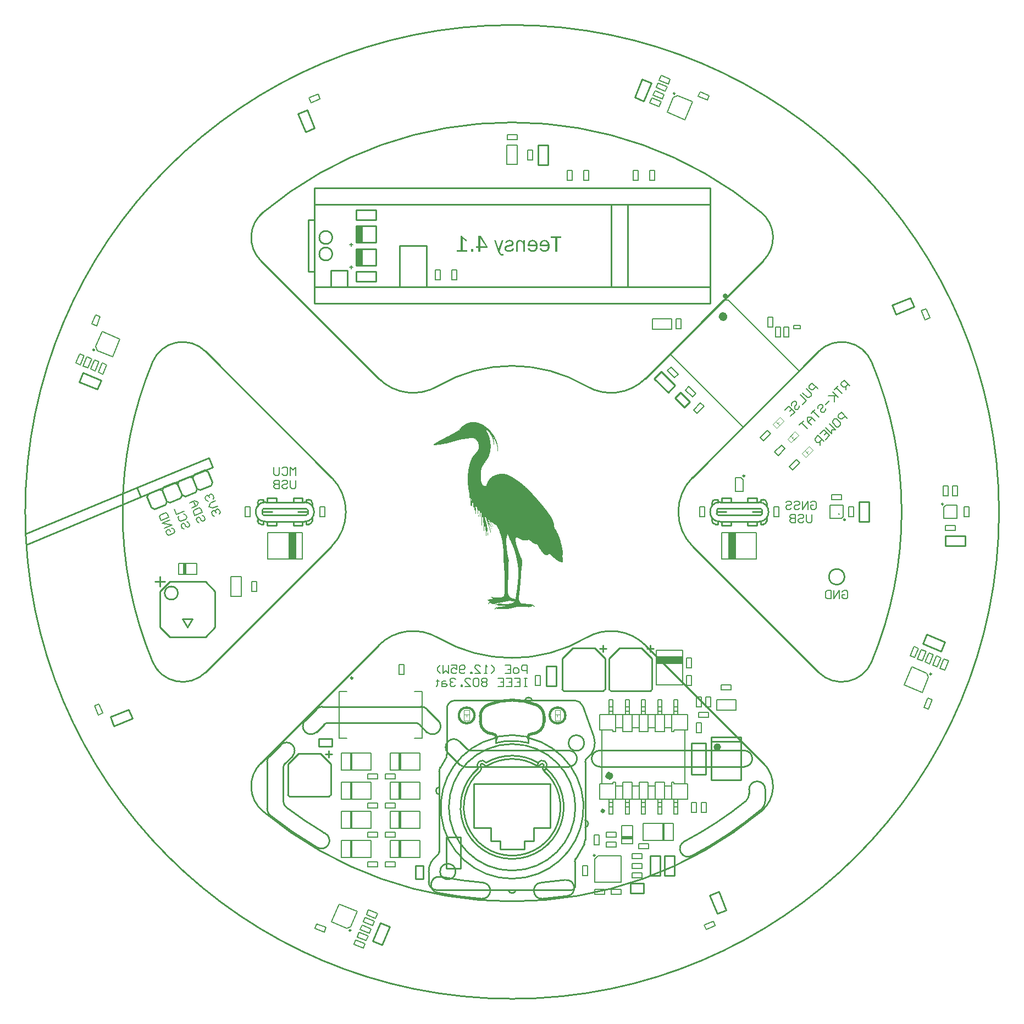
<source format=gbo>
G04*
G04 #@! TF.GenerationSoftware,Altium Limited,Altium Designer,22.2.1 (43)*
G04*
G04 Layer_Color=32896*
%FSLAX44Y44*%
%MOMM*%
G71*
G04*
G04 #@! TF.SameCoordinates,2D810589-119A-40C1-8923-BCE66BF163E0*
G04*
G04*
G04 #@! TF.FilePolarity,Positive*
G04*
G01*
G75*
%ADD10C,0.2540*%
%ADD14C,0.1270*%
%ADD243C,0.2800*%
%ADD244C,0.6000*%
%ADD245C,0.3700*%
%ADD246C,0.4000*%
%ADD247C,1.0000*%
%ADD248C,0.2500*%
%ADD249C,0.1800*%
%ADD250C,0.5000*%
%ADD251C,0.3000*%
%ADD252C,0.2032*%
%ADD253C,0.1000*%
%ADD254C,0.2000*%
%ADD255R,1.3000X4.0500*%
%ADD256R,4.0500X1.3000*%
%ADD257R,1.7750X0.6250*%
%ADD258R,0.6250X1.7750*%
%ADD259R,1.0160X2.5400*%
G36*
X-62856Y138392D02*
X-63163Y138290D01*
X-63573Y138187D01*
X-64854Y138034D01*
X-65264Y137931D01*
X-65931Y137675D01*
X-66340Y137572D01*
X-66955Y137470D01*
X-67878Y137060D01*
X-68288Y136958D01*
X-69005Y136650D01*
X-69671Y136394D01*
X-69825Y136240D01*
X-70235Y136138D01*
X-70748Y135830D01*
X-72695Y134805D01*
X-72900Y134600D01*
X-73617Y134190D01*
X-74335Y133678D01*
X-74899Y133216D01*
X-75462Y132858D01*
X-75667Y132653D01*
X-75872Y132550D01*
X-76282Y132140D01*
X-76487Y132038D01*
X-77000Y131525D01*
X-77153Y131474D01*
X-77205Y131320D01*
X-77410Y131218D01*
X-79511Y129117D01*
X-79613Y128912D01*
X-80331Y128194D01*
X-80638Y127682D01*
X-80843Y127477D01*
X-81253Y126760D01*
X-81919Y125786D01*
X-82227Y125478D01*
X-82944Y125273D01*
X-83354Y125171D01*
X-83662Y124863D01*
X-84328Y124710D01*
X-84584Y124453D01*
X-85250Y124197D01*
X-85916Y123839D01*
X-86429Y123531D01*
X-86634Y123326D01*
X-87146Y123224D01*
X-87556Y122814D01*
X-88889Y122096D01*
X-89811Y121584D01*
X-90119Y121276D01*
X-90426Y121174D01*
X-90939Y120866D01*
X-91144Y120764D01*
X-91656Y120456D01*
X-92373Y120046D01*
X-92578Y119841D01*
X-92988Y119739D01*
X-93296Y119431D01*
X-94833Y118611D01*
X-95038Y118406D01*
X-95551Y118304D01*
X-95961Y117894D01*
X-96371Y117792D01*
X-96986Y117381D01*
X-99343Y116152D01*
X-107235Y112154D01*
X-107747Y111949D01*
X-107952Y111847D01*
X-108465Y111539D01*
X-108875Y111437D01*
X-109182Y111130D01*
X-109592Y111027D01*
X-109797Y110925D01*
X-110412Y110514D01*
X-110822Y110412D01*
X-111130Y110105D01*
X-111796Y109848D01*
X-112052Y109592D01*
X-112718Y109336D01*
X-112974Y109080D01*
X-113487Y108875D01*
X-113692Y108670D01*
X-114358Y108413D01*
X-114614Y108157D01*
X-115024Y108055D01*
X-115229Y107952D01*
X-115537Y107645D01*
X-116664Y107030D01*
X-117279Y106620D01*
X-117843Y106364D01*
X-117945Y106159D01*
X-118509Y105800D01*
X-119226Y105390D01*
X-119534Y105082D01*
X-119739Y104980D01*
X-120046Y104672D01*
X-120251Y104570D01*
X-120456Y104365D01*
X-120610Y104314D01*
X-120712Y104109D01*
X-121122Y103699D01*
X-121225Y103289D01*
X-121071Y103033D01*
X-120251Y102828D01*
X-116562Y102930D01*
X-116254Y103033D01*
X-114512Y103135D01*
X-114204Y103238D01*
X-113538Y103391D01*
X-112513Y103494D01*
X-111386Y103596D01*
X-110566Y103801D01*
X-109951Y103904D01*
X-108567Y104058D01*
X-108157Y104160D01*
X-107850Y104263D01*
X-107030Y104467D01*
X-105697Y104570D01*
X-105185Y104775D01*
X-104467Y104878D01*
X-104058Y104980D01*
X-103084Y105134D01*
X-102213Y105390D01*
X-101495Y105492D01*
X-100726Y105646D01*
X-99855Y105902D01*
X-98882Y106056D01*
X-97703Y106415D01*
X-96627Y106671D01*
X-95756Y106927D01*
X-94987Y107081D01*
X-93808Y107440D01*
X-93091Y107542D01*
X-92373Y107850D01*
X-91297Y108106D01*
X-90785Y108311D01*
X-90375Y108413D01*
X-89760Y108516D01*
X-89196Y108772D01*
X-88786Y108875D01*
X-88120Y109028D01*
X-87607Y109233D01*
X-87044Y109387D01*
X-86326Y109490D01*
X-85609Y109797D01*
X-85199Y109900D01*
X-84430Y110053D01*
X-83764Y110309D01*
X-83354Y110412D01*
X-82637Y110514D01*
X-82124Y110719D01*
X-81714Y110822D01*
X-80997Y110925D01*
X-80433Y111078D01*
X-79767Y111334D01*
X-78639Y111437D01*
X-78127Y111642D01*
X-77410Y111744D01*
X-77000Y111847D01*
X-75975Y111949D01*
X-75462Y112154D01*
X-74489Y112308D01*
X-73259Y112411D01*
X-72644Y112513D01*
X-72234Y112616D01*
X-71619Y112718D01*
X-70799Y112821D01*
X-69467Y112923D01*
X-68339Y113128D01*
X-67724Y113231D01*
X-66494Y113333D01*
X-63932Y113538D01*
X-62907Y113640D01*
X-61728Y113692D01*
X-61421Y113589D01*
X-60242Y113435D01*
X-59217Y113333D01*
X-58602Y113231D01*
X-57424Y112872D01*
X-57014Y112769D01*
X-56706Y112462D01*
X-56501Y112359D01*
X-55322Y111181D01*
X-55220Y110976D01*
X-55066Y110822D01*
X-54913Y110771D01*
X-54810Y110566D01*
X-54400Y110156D01*
X-54093Y109643D01*
X-53683Y108926D01*
X-53478Y108823D01*
X-52658Y107286D01*
X-52453Y107081D01*
X-52299Y106517D01*
X-51940Y105646D01*
X-51428Y104314D01*
X-51325Y103494D01*
X-51120Y102981D01*
X-51018Y101956D01*
X-51120Y98882D01*
X-51325Y98369D01*
X-51582Y97293D01*
X-51838Y96729D01*
X-52094Y96063D01*
X-52248Y95909D01*
X-53068Y94372D01*
X-53478Y93962D01*
X-53580Y93757D01*
X-53785Y93552D01*
X-54093Y93040D01*
X-54554Y92373D01*
X-54759Y92271D01*
X-55271Y91656D01*
X-55528Y91297D01*
X-55835Y90990D01*
X-55938Y90785D01*
X-56347Y90375D01*
X-56450Y90170D01*
X-56962Y89657D01*
X-57065Y89452D01*
X-57885Y88632D01*
X-57987Y88427D01*
X-58192Y88325D01*
X-58295Y88120D01*
X-58807Y87607D01*
X-58910Y87403D01*
X-59115Y87198D01*
X-59217Y86993D01*
X-59679Y86429D01*
X-59832Y86275D01*
X-59935Y86070D01*
X-60242Y85763D01*
X-60345Y85558D01*
X-60755Y85148D01*
X-60857Y84738D01*
X-61165Y84430D01*
X-61985Y82893D01*
X-62804Y81151D01*
X-62907Y80946D01*
X-63214Y80228D01*
X-63419Y79716D01*
X-63624Y79511D01*
X-63829Y78588D01*
X-64239Y77666D01*
X-64342Y77153D01*
X-64649Y76436D01*
X-64752Y76026D01*
X-65008Y75360D01*
X-65264Y74489D01*
X-65367Y73874D01*
X-65572Y73669D01*
X-65674Y72951D01*
X-65828Y72080D01*
X-66084Y71209D01*
X-66187Y70799D01*
X-66340Y69620D01*
X-66545Y69108D01*
X-66648Y68595D01*
X-66750Y67468D01*
X-67058Y66238D01*
X-67212Y64854D01*
X-67519Y63112D01*
X-67622Y62702D01*
X-67775Y60703D01*
X-68134Y57782D01*
X-68288Y52504D01*
X-68339Y49583D01*
X-68236Y49275D01*
X-68134Y43229D01*
X-68032Y42921D01*
X-67929Y41589D01*
X-67827Y41281D01*
X-67673Y39488D01*
X-67519Y37284D01*
X-67417Y36976D01*
X-67314Y36567D01*
X-67212Y35542D01*
X-67058Y34363D01*
X-66904Y33799D01*
X-66802Y33389D01*
X-66699Y32672D01*
X-66597Y31749D01*
X-66392Y31237D01*
X-66238Y30571D01*
X-66033Y29443D01*
X-65777Y28572D01*
X-65674Y28162D01*
X-65572Y22013D01*
X-65418Y21654D01*
X-65264Y21705D01*
X-65162Y23242D01*
X-65059Y23550D01*
X-65162Y24882D01*
X-64957Y25395D01*
X-64906Y25446D01*
X-64752Y25292D01*
X-64598Y24729D01*
X-64393Y24216D01*
X-64239Y23755D01*
X-64137Y23038D01*
X-64239Y22730D01*
X-64137Y12276D01*
X-64034Y11968D01*
X-63881Y10687D01*
X-63778Y10277D01*
X-63522Y9611D01*
X-63471Y9560D01*
X-63317Y9714D01*
X-63214Y10533D01*
X-63112Y10841D01*
X-63009Y12993D01*
X-62907Y13301D01*
X-62753Y14480D01*
X-62651Y15299D01*
X-62548Y15402D01*
X-62292Y15146D01*
X-62189Y12891D01*
X-62087Y10124D01*
X-61985Y9816D01*
X-61831Y8330D01*
X-61677Y7766D01*
X-61575Y6536D01*
X-61421Y6485D01*
X-61318Y7613D01*
X-61216Y8842D01*
X-61165Y9304D01*
X-61267Y9611D01*
X-61165Y11251D01*
X-61113Y15504D01*
X-61165Y15556D01*
X-60960Y16171D01*
X-60703Y16222D01*
X-60345Y15863D01*
X-60088Y15197D01*
X-59832Y14736D01*
X-59781Y12942D01*
X-59832Y12071D01*
X-59730Y11763D01*
X-59832Y11353D01*
X-59730Y9099D01*
X-59576Y6998D01*
X-59474Y6793D01*
X-59320Y6946D01*
X-59217Y10431D01*
X-59166Y11200D01*
X-59268Y13250D01*
X-59064Y13455D01*
X-58807Y13301D01*
X-58090Y11763D01*
X-57987Y10431D01*
X-57885Y9509D01*
X-57987Y9201D01*
X-57885Y8484D01*
X-57782Y3052D01*
X-57680Y2744D01*
X-57577Y1822D01*
X-57526Y1770D01*
X-57372Y1924D01*
X-57219Y3410D01*
X-57167Y5511D01*
X-57270Y5819D01*
X-57321Y9252D01*
X-57270Y9406D01*
X-57372Y9714D01*
X-57475Y10226D01*
X-57321Y10380D01*
X-56860Y10329D01*
X-56655Y9509D01*
X-56706Y7715D01*
X-56604Y7203D01*
X-56399Y2078D01*
X-56296Y-1407D01*
X-56194Y-2739D01*
X-56091Y-2944D01*
X-55938Y-2893D01*
X-55835Y-2175D01*
X-55732Y79D01*
X-55835Y4897D01*
X-55938Y5204D01*
X-56091Y7818D01*
X-56143Y8381D01*
X-55989Y8535D01*
X-55579Y8432D01*
X-55425Y8279D01*
X-55220Y7766D01*
X-54913Y7459D01*
X-54810Y7254D01*
X-54400Y6844D01*
X-54298Y6639D01*
X-53888Y6024D01*
X-53785Y4897D01*
X-53683Y4589D01*
X-53478Y3154D01*
X-53375Y1822D01*
X-53222Y1053D01*
X-53119Y438D01*
X-52965Y-946D01*
X-52811Y-2637D01*
X-52658Y-3200D01*
X-52555Y-4225D01*
X-52453Y-4943D01*
X-52350Y-7710D01*
X-52248Y-8018D01*
X-52145Y-9042D01*
X-51940Y-9350D01*
X-51838Y-8633D01*
X-51735Y-6378D01*
X-51838Y-2585D01*
X-51940Y-2278D01*
X-52043Y-1868D01*
X-52145Y-536D01*
X-52248Y-228D01*
X-52350Y1719D01*
X-52555Y2232D01*
X-52760Y4076D01*
X-52607Y4230D01*
X-52299Y4128D01*
X-51940Y3769D01*
X-51838Y3564D01*
X-51120Y2642D01*
X-50403Y1924D01*
X-50096Y1207D01*
X-49993Y-433D01*
X-49839Y-2432D01*
X-49686Y-2995D01*
X-49583Y-3405D01*
X-49481Y-5045D01*
X-49378Y-7300D01*
X-49275Y-7608D01*
X-49173Y-8018D01*
X-49122Y-11963D01*
X-49019Y-11349D01*
X-48814Y-10016D01*
X-48712Y-9504D01*
X-48661Y-6993D01*
X-48763Y-6685D01*
X-48866Y-2790D01*
X-49071Y-2278D01*
X-49275Y-536D01*
X-49173Y387D01*
X-49122Y438D01*
X-48558Y-23D01*
X-48097Y-587D01*
X-47841Y-946D01*
X-47687Y-1099D01*
X-47482Y-1202D01*
X-47123Y-1663D01*
X-47072Y-2329D01*
X-47123Y-7198D01*
X-47021Y-7505D01*
X-47123Y-19702D01*
X-47226Y-20009D01*
X-47379Y-21598D01*
X-47431Y-22469D01*
X-47328Y-22776D01*
X-47277Y-23340D01*
X-47123Y-23289D01*
X-47021Y-22879D01*
X-46918Y-21854D01*
X-46816Y-20727D01*
X-46611Y-20214D01*
X-46508Y-19804D01*
X-46406Y-19087D01*
X-46252Y-16883D01*
X-46150Y-15961D01*
X-46047Y-15346D01*
X-45944Y-13706D01*
X-45893Y-7915D01*
X-45996Y-7812D01*
X-45893Y-7505D01*
X-45996Y-7198D01*
X-46098Y-4020D01*
X-45996Y-3303D01*
X-45842Y-3252D01*
X-45688Y-3405D01*
X-45586Y-4430D01*
X-45483Y-5148D01*
X-45381Y-6378D01*
X-45278Y-6685D01*
X-45125Y-7659D01*
X-45022Y-9401D01*
X-44920Y-10426D01*
X-44817Y-10939D01*
X-44715Y-11553D01*
X-44561Y-12937D01*
X-44458Y-14577D01*
X-44356Y-14885D01*
X-44202Y-15858D01*
X-44100Y-16883D01*
X-43997Y-19445D01*
X-43895Y-20675D01*
X-43792Y-22008D01*
X-43690Y-24570D01*
X-43639Y-25031D01*
X-43741Y-25339D01*
X-43639Y-26569D01*
X-43741Y-26876D01*
X-43843Y-31078D01*
X-43690Y-31130D01*
X-43536Y-30668D01*
X-43382Y-29285D01*
X-43280Y-28875D01*
X-43024Y-28208D01*
X-42921Y-26876D01*
X-42767Y-23238D01*
X-42716Y-19292D01*
X-42818Y-18984D01*
X-42716Y-17037D01*
X-42562Y-16986D01*
X-42409Y-17139D01*
X-42255Y-17806D01*
X-42152Y-18318D01*
X-42050Y-19445D01*
X-41947Y-20060D01*
X-41742Y-20880D01*
X-41486Y-23186D01*
X-41384Y-23494D01*
X-41281Y-23904D01*
X-41179Y-24621D01*
X-41076Y-25954D01*
X-40922Y-27132D01*
X-40820Y-27747D01*
X-40666Y-29131D01*
X-40461Y-31488D01*
X-40359Y-31796D01*
X-40256Y-34153D01*
X-40154Y-34460D01*
X-40051Y-37023D01*
X-39795Y-37381D01*
X-39641Y-36920D01*
X-39539Y-34973D01*
X-39641Y-27696D01*
X-39744Y-27389D01*
X-39846Y-25749D01*
X-39949Y-25441D01*
X-40000Y-22315D01*
X-39846Y-22366D01*
X-39641Y-23084D01*
X-39488Y-23648D01*
X-39283Y-24467D01*
X-39180Y-24980D01*
X-39077Y-25902D01*
X-38975Y-26415D01*
X-38821Y-26978D01*
X-38616Y-28414D01*
X-38463Y-28977D01*
X-38258Y-30002D01*
X-38155Y-31232D01*
X-38053Y-31847D01*
X-37950Y-32257D01*
X-37796Y-32821D01*
X-37694Y-33538D01*
X-37591Y-35485D01*
X-37489Y-35793D01*
X-37233Y-36254D01*
X-37079Y-36100D01*
X-36976Y-35383D01*
X-37130Y-32667D01*
X-37233Y-32257D01*
X-37335Y-31744D01*
X-37438Y-30719D01*
X-37591Y-28618D01*
X-37694Y-28311D01*
X-37796Y-27594D01*
X-37899Y-27183D01*
X-38104Y-25134D01*
X-38206Y-24826D01*
X-38360Y-23853D01*
X-38463Y-23238D01*
X-38565Y-22213D01*
X-38668Y-21700D01*
X-38770Y-21290D01*
X-38924Y-20727D01*
X-39077Y-19445D01*
X-39180Y-19035D01*
X-39334Y-18472D01*
X-39436Y-18062D01*
X-39590Y-16883D01*
X-39846Y-16217D01*
X-39949Y-15499D01*
X-40103Y-14833D01*
X-40461Y-13655D01*
X-40564Y-12937D01*
X-40871Y-12220D01*
X-41127Y-11143D01*
X-41384Y-10580D01*
X-41486Y-9862D01*
X-41589Y-9555D01*
X-41896Y-8837D01*
X-42101Y-7403D01*
X-41742Y-7351D01*
X-41589Y-7505D01*
X-39949Y-10682D01*
X-39641Y-11400D01*
X-39488Y-11963D01*
X-39334Y-12117D01*
X-39129Y-12630D01*
X-39026Y-13245D01*
X-38719Y-13757D01*
X-38565Y-14423D01*
X-38206Y-15295D01*
X-38104Y-15704D01*
X-37694Y-16627D01*
X-37540Y-17395D01*
X-37181Y-18062D01*
X-37028Y-18728D01*
X-36772Y-19292D01*
X-36669Y-19702D01*
X-36413Y-20368D01*
X-36156Y-21239D01*
X-35900Y-21905D01*
X-35644Y-22776D01*
X-35490Y-23340D01*
X-35234Y-24006D01*
X-35080Y-24775D01*
X-34927Y-24929D01*
X-34824Y-25339D01*
X-34568Y-26415D01*
X-34312Y-26978D01*
X-34209Y-27696D01*
X-34107Y-28208D01*
X-33799Y-28721D01*
X-33646Y-29900D01*
X-33287Y-30771D01*
X-33133Y-31847D01*
X-32877Y-32206D01*
X-32723Y-32257D01*
X-32621Y-31847D01*
X-32569Y-31078D01*
X-32672Y-30771D01*
X-33082Y-29848D01*
X-33184Y-28414D01*
X-33492Y-27696D01*
X-33697Y-26261D01*
X-33902Y-26056D01*
X-34004Y-25339D01*
X-34158Y-24673D01*
X-34517Y-23494D01*
X-34722Y-22571D01*
X-34927Y-22059D01*
X-35029Y-21649D01*
X-35183Y-20880D01*
X-35439Y-20214D01*
X-35542Y-19804D01*
X-35695Y-19240D01*
X-36054Y-18062D01*
X-36156Y-17652D01*
X-36464Y-16934D01*
X-36567Y-16524D01*
X-36669Y-16012D01*
X-37079Y-15089D01*
X-37233Y-14526D01*
X-37489Y-14065D01*
X-37591Y-13450D01*
X-38001Y-12527D01*
X-37950Y-12169D01*
X-37796Y-12220D01*
X-37694Y-12425D01*
X-37387Y-12732D01*
X-37130Y-13398D01*
X-36976Y-13552D01*
X-36874Y-13757D01*
X-36669Y-14269D01*
X-36567Y-14475D01*
X-35234Y-17242D01*
X-34107Y-19599D01*
X-34004Y-19804D01*
X-33697Y-20522D01*
X-33389Y-21034D01*
X-33287Y-21342D01*
X-33082Y-21854D01*
X-32877Y-22059D01*
X-32774Y-22469D01*
X-32262Y-23596D01*
X-32159Y-24211D01*
X-31749Y-24621D01*
X-31647Y-25441D01*
X-31391Y-25697D01*
X-31186Y-25595D01*
X-31134Y-24826D01*
X-31544Y-24109D01*
X-31698Y-23340D01*
X-31852Y-22981D01*
X-32057Y-22469D01*
X-32211Y-21905D01*
X-32467Y-21649D01*
X-32621Y-20983D01*
X-32979Y-20317D01*
X-33082Y-19907D01*
X-33287Y-19394D01*
X-33492Y-19189D01*
X-33646Y-18523D01*
X-33902Y-18267D01*
X-34209Y-17447D01*
X-34517Y-16934D01*
X-34619Y-16524D01*
X-35029Y-15909D01*
X-35132Y-15499D01*
X-35439Y-14987D01*
X-36772Y-12425D01*
X-36976Y-11912D01*
X-36720Y-11861D01*
X-36156Y-12322D01*
X-35900Y-12578D01*
X-35747Y-12630D01*
X-35644Y-12835D01*
X-35490Y-12988D01*
X-35285Y-13091D01*
X-34722Y-13655D01*
X-34619Y-13860D01*
X-34209Y-14475D01*
X-33389Y-16012D01*
X-32877Y-16832D01*
X-31954Y-18574D01*
X-31749Y-19087D01*
X-31647Y-19292D01*
X-31339Y-19599D01*
X-31186Y-20163D01*
X-31083Y-20368D01*
X-30930Y-20419D01*
X-30724Y-20931D01*
X-30622Y-21137D01*
X-30315Y-21444D01*
X-30212Y-22059D01*
X-29956Y-22315D01*
X-29751Y-22418D01*
X-29648Y-22930D01*
X-29546Y-23238D01*
X-29290Y-23186D01*
X-29392Y-22571D01*
X-29700Y-22264D01*
X-29802Y-21342D01*
X-30110Y-21034D01*
X-30212Y-20419D01*
X-30519Y-20112D01*
X-30622Y-19702D01*
X-30930Y-19189D01*
X-31134Y-18677D01*
X-31237Y-18472D01*
X-31442Y-18267D01*
X-31749Y-17447D01*
X-31954Y-17242D01*
X-32211Y-16576D01*
X-32569Y-16114D01*
X-32979Y-15192D01*
X-32826Y-15038D01*
X-32621Y-15141D01*
X-31698Y-15858D01*
X-30571Y-16576D01*
X-30366Y-16678D01*
X-30058Y-16986D01*
X-28931Y-17601D01*
X-28623Y-17908D01*
X-28111Y-18113D01*
X-27906Y-18318D01*
X-26471Y-19138D01*
X-26266Y-19343D01*
X-25754Y-19548D01*
X-25139Y-19958D01*
X-24934Y-20060D01*
X-24626Y-20368D01*
X-24114Y-20573D01*
X-23806Y-20880D01*
X-23601Y-20983D01*
X-23447Y-21137D01*
X-23294Y-21700D01*
X-23140Y-21854D01*
X-23038Y-22059D01*
X-22935Y-22366D01*
X-22730Y-22879D01*
X-22423Y-23186D01*
X-22320Y-23801D01*
X-22013Y-24109D01*
X-21859Y-24673D01*
X-21500Y-25339D01*
X-21295Y-25851D01*
X-20475Y-27696D01*
X-20219Y-28362D01*
X-19963Y-28618D01*
X-19860Y-29233D01*
X-19553Y-29746D01*
X-19194Y-30719D01*
X-18938Y-31386D01*
X-18835Y-31796D01*
X-18528Y-32513D01*
X-18374Y-33179D01*
X-18220Y-33333D01*
X-18015Y-33846D01*
X-17913Y-34563D01*
X-17503Y-35485D01*
X-17400Y-36100D01*
X-17093Y-36818D01*
X-16990Y-37228D01*
X-16888Y-37843D01*
X-16581Y-38560D01*
X-16478Y-38970D01*
X-16376Y-39688D01*
X-16171Y-40200D01*
X-16068Y-40918D01*
X-15966Y-41328D01*
X-15658Y-42455D01*
X-15556Y-43172D01*
X-15402Y-44146D01*
X-15248Y-44710D01*
X-15146Y-45120D01*
X-14941Y-47169D01*
X-14838Y-47477D01*
X-14736Y-47887D01*
X-14633Y-48604D01*
X-14531Y-49937D01*
X-14172Y-52243D01*
X-14069Y-53370D01*
X-13967Y-54805D01*
X-13762Y-56035D01*
X-13659Y-57060D01*
X-13506Y-60083D01*
X-13403Y-60493D01*
X-13198Y-62543D01*
X-13096Y-63261D01*
X-12993Y-71050D01*
X-12891Y-77917D01*
X-12788Y-78225D01*
X-12635Y-80428D01*
X-12532Y-82786D01*
X-12327Y-84425D01*
X-12173Y-85809D01*
X-12071Y-88986D01*
X-11917Y-92317D01*
X-11866Y-93188D01*
X-11968Y-93496D01*
X-11866Y-94828D01*
X-11763Y-97083D01*
X-11661Y-105487D01*
X-11558Y-105795D01*
X-11661Y-124141D01*
X-11763Y-124448D01*
X-11917Y-125627D01*
X-12020Y-126140D01*
X-12122Y-127062D01*
X-12225Y-127575D01*
X-12481Y-128138D01*
X-12583Y-128548D01*
X-12686Y-129368D01*
X-13147Y-129932D01*
X-13967Y-130444D01*
X-14377Y-130547D01*
X-14992Y-130957D01*
X-15607Y-131059D01*
X-15812Y-131264D01*
X-16529Y-131469D01*
X-17657Y-131572D01*
X-17964Y-131674D01*
X-18938Y-131828D01*
X-27188Y-131879D01*
X-27496Y-131777D01*
X-28418Y-131674D01*
X-29956Y-130957D01*
X-30776Y-130854D01*
X-31083Y-130752D01*
X-32108Y-130854D01*
X-32672Y-131110D01*
X-32877Y-131623D01*
X-33082Y-131828D01*
X-33031Y-132187D01*
X-32774Y-132135D01*
X-32518Y-131674D01*
X-31801Y-131572D01*
X-30981Y-131674D01*
X-30827Y-131828D01*
X-30724Y-132033D01*
X-30315Y-132648D01*
X-30007Y-133160D01*
X-29495Y-134083D01*
X-29392Y-134288D01*
X-29546Y-134441D01*
X-31852Y-134288D01*
X-34158Y-134236D01*
X-34465Y-134339D01*
X-35490Y-134441D01*
X-36413Y-134851D01*
X-37335Y-135056D01*
X-38053Y-135364D01*
X-38565Y-135671D01*
X-38873Y-135979D01*
X-39026Y-136030D01*
X-39231Y-136850D01*
X-39129Y-137260D01*
X-39077Y-137311D01*
X-38616Y-136952D01*
X-38309Y-136440D01*
X-37745Y-136184D01*
X-37233Y-136389D01*
X-36515Y-136799D01*
X-35798Y-137311D01*
X-35285Y-137516D01*
X-34875Y-137619D01*
X-34363Y-137824D01*
X-34209Y-137977D01*
X-34363Y-138336D01*
X-35132Y-138490D01*
X-35388Y-138746D01*
X-35593Y-138849D01*
X-35798Y-139054D01*
X-35952Y-139105D01*
X-36054Y-139310D01*
X-36567Y-140437D01*
X-36669Y-141155D01*
X-36054Y-142282D01*
X-35593Y-142333D01*
X-35542Y-141667D01*
X-35644Y-141360D01*
X-35542Y-140540D01*
X-34824Y-139617D01*
X-34670Y-139464D01*
X-34260Y-139566D01*
X-34004Y-139925D01*
X-33646Y-140283D01*
X-32211Y-141103D01*
X-31903Y-141411D01*
X-31391Y-141513D01*
X-31186Y-141718D01*
X-30468Y-141923D01*
X-28521Y-142026D01*
X-28213Y-141923D01*
X-26983Y-141821D01*
X-26471Y-141616D01*
X-25651Y-141411D01*
X-25087Y-141257D01*
X-24524Y-141001D01*
X-23806Y-140899D01*
X-23140Y-140642D01*
X-22576Y-140489D01*
X-21603Y-140335D01*
X-20731Y-140078D01*
X-20014Y-139976D01*
X-18784Y-139874D01*
X-18477Y-139771D01*
X-17657Y-139669D01*
X-17349Y-139566D01*
X-15146Y-139412D01*
X-14736Y-139310D01*
X-13198Y-139002D01*
X-12071Y-138797D01*
X-11200Y-138541D01*
X-10533Y-138387D01*
X-9355Y-138029D01*
X-8637Y-137926D01*
X-8125Y-137721D01*
X-7305Y-137516D01*
X-5973Y-137414D01*
X-5665Y-137311D01*
X-4333Y-137209D01*
X-1258Y-137311D01*
X-950Y-137414D01*
X1663Y-137568D01*
X2585Y-137670D01*
X2944Y-137619D01*
X3303Y-137875D01*
X3200Y-138182D01*
X3047Y-138336D01*
X2842Y-138439D01*
X2432Y-138849D01*
X2227Y-138951D01*
X1919Y-139259D01*
X1714Y-139361D01*
X997Y-139874D01*
X689Y-139976D01*
X484Y-140181D01*
X-182Y-140437D01*
X-643Y-140694D01*
X-1053Y-140796D01*
X-1668Y-140899D01*
X-2385Y-141206D01*
X-3103Y-141308D01*
X-4025Y-141411D01*
X-4333Y-141513D01*
X-5563Y-141718D01*
X-8432Y-141821D01*
X-15094Y-141718D01*
X-15402Y-141616D01*
X-17042Y-141513D01*
X-18477Y-141308D01*
X-21654Y-141411D01*
X-22166Y-141616D01*
X-22884Y-141718D01*
X-24626Y-141821D01*
X-25702Y-142487D01*
X-26112Y-143204D01*
X-26317Y-143717D01*
X-26266Y-144076D01*
X-25856Y-143973D01*
X-25600Y-143717D01*
X-25497Y-143512D01*
X-24882Y-143102D01*
X-24421Y-142846D01*
X-23704Y-142641D01*
X-23191Y-142948D01*
X-22679Y-143461D01*
X-22474Y-143563D01*
X-22371Y-143768D01*
X-21551Y-144076D01*
X-21039Y-144281D01*
X-20629Y-144383D01*
X-18374Y-144486D01*
X-15914Y-144588D01*
X-15607Y-144691D01*
X-11968Y-144844D01*
X-10533Y-144947D01*
X-10124Y-145254D01*
X-10380Y-145511D01*
X-11712Y-145613D01*
X-13967Y-145716D01*
X-15709Y-145818D01*
X-16017Y-145921D01*
X-18169Y-146023D01*
X-18477Y-146126D01*
X-20783Y-146279D01*
X-21295Y-146484D01*
X-21705Y-146587D01*
X-22833Y-146689D01*
X-24165Y-146792D01*
X-24524Y-146945D01*
X-25241Y-147355D01*
X-25907Y-148022D01*
X-26010Y-148227D01*
X-26215Y-148432D01*
X-26420Y-148944D01*
X-26830Y-149867D01*
X-26727Y-150379D01*
X-26574Y-150430D01*
X-26317Y-150276D01*
X-25907Y-149559D01*
X-25344Y-148790D01*
X-25139Y-148688D01*
X-24524Y-148278D01*
X-24011Y-148073D01*
X-23704Y-148175D01*
X-23447Y-148432D01*
X-23345Y-148637D01*
X-22679Y-149303D01*
X-22115Y-149457D01*
X-21551Y-149713D01*
X-20219Y-149815D01*
X-19809Y-149918D01*
X-18169Y-150020D01*
X-13659Y-149918D01*
X-13352Y-149815D01*
X-10175Y-149713D01*
X-9867Y-149610D01*
X-8484Y-149457D01*
X-7459Y-149354D01*
X-5716Y-149252D01*
X-5101Y-149149D01*
X-4692Y-149047D01*
X-4179Y-148944D01*
X-2795Y-148790D01*
X-1975Y-148688D01*
X-1668Y-148585D01*
X-950Y-148380D01*
X-233Y-148278D01*
X382Y-148175D01*
X894Y-147970D01*
X2329Y-147663D01*
X3047Y-147355D01*
X3815Y-147202D01*
X4328Y-146997D01*
X4891Y-146843D01*
X5712Y-146741D01*
X5916Y-146536D01*
X6326Y-146433D01*
X7351Y-146330D01*
X8018Y-146177D01*
X8581Y-146023D01*
X8991Y-145921D01*
X15038Y-146023D01*
X15346Y-146126D01*
X15807Y-146074D01*
X17191Y-146228D01*
X20368Y-146330D01*
X21085Y-146433D01*
X23238Y-146536D01*
X23545Y-146638D01*
X26517Y-146741D01*
X26825Y-146638D01*
X27747Y-146536D01*
X28055Y-146433D01*
X29131Y-146177D01*
X29592Y-145921D01*
X30105Y-145716D01*
X30515Y-145306D01*
X30719Y-145203D01*
X31130Y-144486D01*
X31539Y-144383D01*
X32154Y-144486D01*
X33077Y-144998D01*
X33384Y-145306D01*
X33538Y-145357D01*
X33640Y-145562D01*
X34153Y-146074D01*
X34255Y-146382D01*
X34512Y-146638D01*
X34666Y-146587D01*
X34768Y-146177D01*
X34666Y-145767D01*
X34358Y-145459D01*
X34153Y-144947D01*
X33640Y-144434D01*
X33538Y-144229D01*
X33077Y-143768D01*
X32872Y-143666D01*
X32564Y-143358D01*
X32154Y-143256D01*
X30822Y-142846D01*
X30258Y-142692D01*
X29490Y-142231D01*
X28772Y-142128D01*
X28260Y-141923D01*
X27850Y-141821D01*
X25595Y-141718D01*
X24878Y-141616D01*
X18882Y-141462D01*
X18062Y-141360D01*
X16114Y-141257D01*
X15499Y-141155D01*
X14987Y-141052D01*
X14577Y-140950D01*
X13962Y-140642D01*
X13142Y-139822D01*
X13040Y-139617D01*
X12630Y-139207D01*
X12322Y-138695D01*
X12117Y-138490D01*
X11195Y-136543D01*
X11041Y-135979D01*
X10785Y-135313D01*
X10682Y-134595D01*
X10529Y-132597D01*
X10477Y-131623D01*
X10580Y-131315D01*
X10734Y-128804D01*
X10939Y-127472D01*
X11041Y-127062D01*
X11143Y-126447D01*
X11246Y-125012D01*
X11349Y-124192D01*
X11451Y-123680D01*
X11553Y-123270D01*
X11656Y-121835D01*
X11759Y-120605D01*
X11861Y-119785D01*
X12066Y-118555D01*
X12169Y-116608D01*
X12373Y-114250D01*
X12476Y-113636D01*
X12578Y-112508D01*
X12681Y-110458D01*
X12783Y-109126D01*
X12886Y-108511D01*
X13091Y-106871D01*
X13193Y-104616D01*
X13296Y-103386D01*
X13398Y-102566D01*
X13501Y-101542D01*
X13603Y-100312D01*
X13706Y-97749D01*
X13808Y-96622D01*
X13911Y-95392D01*
X14065Y-94008D01*
X14218Y-90985D01*
X14321Y-89857D01*
X14423Y-89447D01*
X14577Y-88064D01*
X14731Y-86168D01*
X14833Y-85553D01*
X14936Y-85143D01*
X15038Y-84323D01*
X15141Y-82991D01*
X15243Y-82170D01*
X15346Y-81761D01*
X15551Y-80531D01*
X15653Y-78788D01*
X15704Y-76277D01*
X15602Y-75970D01*
X15499Y-74432D01*
X15192Y-73715D01*
X14987Y-72793D01*
X14577Y-71870D01*
X14475Y-71460D01*
X14269Y-71255D01*
X13911Y-70281D01*
X13296Y-69051D01*
X13142Y-68590D01*
X12937Y-68078D01*
X12732Y-67873D01*
X12578Y-67207D01*
X12117Y-66438D01*
X12015Y-65925D01*
X11707Y-65208D01*
X11451Y-64542D01*
X11195Y-64286D01*
X11092Y-63671D01*
X10682Y-62748D01*
X10580Y-62236D01*
X10272Y-61723D01*
X10067Y-60801D01*
X9760Y-60083D01*
X9657Y-59674D01*
X9401Y-59007D01*
X9247Y-58546D01*
X9043Y-57726D01*
X8735Y-57009D01*
X8633Y-56291D01*
X8325Y-55574D01*
X8223Y-55164D01*
X8069Y-54600D01*
X7813Y-54036D01*
X7556Y-52960D01*
X7300Y-52397D01*
X7146Y-51423D01*
X6890Y-50859D01*
X6788Y-50449D01*
X6531Y-49373D01*
X6326Y-48861D01*
X6121Y-47733D01*
X5865Y-46862D01*
X5763Y-46145D01*
X5660Y-45325D01*
X5558Y-45017D01*
X5404Y-44248D01*
X5301Y-43019D01*
X5250Y-40200D01*
X5814Y-39636D01*
X6941Y-39124D01*
X7761Y-39226D01*
X8274Y-39534D01*
X8684Y-39636D01*
X8889Y-39739D01*
X9196Y-40046D01*
X9760Y-40200D01*
X9914Y-40354D01*
X10119Y-40456D01*
X10836Y-40866D01*
X11553Y-41379D01*
X12066Y-41584D01*
X12271Y-41686D01*
X12476Y-41891D01*
X12988Y-42096D01*
X13296Y-42199D01*
X13501Y-42404D01*
X14218Y-42609D01*
X14936Y-42916D01*
X15346Y-43019D01*
X16678Y-43531D01*
X17498Y-43633D01*
X17806Y-43736D01*
X18933Y-44043D01*
X22418Y-44146D01*
X22828Y-44043D01*
X23750Y-43941D01*
X24673Y-43531D01*
X24878Y-43429D01*
X25082Y-43224D01*
X25287Y-43121D01*
X26005Y-42609D01*
X26210Y-42711D01*
X27030Y-43531D01*
X27235Y-43633D01*
X27542Y-43941D01*
X27747Y-44043D01*
X28055Y-44351D01*
X28260Y-44454D01*
X28670Y-44863D01*
X28875Y-44966D01*
X29285Y-45376D01*
X29490Y-45478D01*
X30002Y-45991D01*
X30515Y-46298D01*
X31232Y-46811D01*
X31796Y-47272D01*
X31949Y-47426D01*
X32667Y-47836D01*
X33179Y-48143D01*
X34102Y-48656D01*
X34307Y-48861D01*
X34717Y-48963D01*
X35639Y-49373D01*
X36049Y-49476D01*
X36920Y-49629D01*
X37843Y-49732D01*
X38406Y-50090D01*
X38560Y-50244D01*
X38970Y-50962D01*
X39688Y-52089D01*
X39790Y-52294D01*
X39995Y-52499D01*
X40097Y-52704D01*
X40610Y-53422D01*
X40712Y-53626D01*
X41635Y-54959D01*
X41737Y-55164D01*
X41942Y-55369D01*
X42045Y-55574D01*
X43070Y-57009D01*
X43172Y-57214D01*
X43480Y-57521D01*
X43582Y-57726D01*
X43992Y-58341D01*
X44095Y-58546D01*
X44248Y-58802D01*
X44402Y-58854D01*
X44505Y-59059D01*
X45017Y-59776D01*
X45325Y-60289D01*
X46042Y-61313D01*
X46145Y-61518D01*
X46452Y-61826D01*
X46760Y-62338D01*
X47067Y-62646D01*
X47169Y-62851D01*
X47785Y-63466D01*
X47887Y-63671D01*
X48963Y-64747D01*
X49168Y-64849D01*
X49475Y-65157D01*
X49681Y-65259D01*
X50090Y-65669D01*
X52243Y-66694D01*
X53575Y-66797D01*
X53883Y-66694D01*
X54498Y-66592D01*
X55420Y-65874D01*
X55625Y-65669D01*
X55779Y-65618D01*
X55881Y-65413D01*
X56394Y-64696D01*
X56650Y-64029D01*
X56855Y-63722D01*
X57367Y-63824D01*
X57726Y-64183D01*
X57829Y-64388D01*
X58085Y-64644D01*
X58290Y-64747D01*
X59212Y-65669D01*
X59417Y-65772D01*
X60852Y-67207D01*
X61057Y-67309D01*
X61262Y-67617D01*
X61467Y-67719D01*
X62800Y-69051D01*
X63004Y-69154D01*
X63261Y-69410D01*
X63312Y-69564D01*
X63517Y-69667D01*
X64439Y-70589D01*
X64593Y-70640D01*
X64696Y-70845D01*
X64849Y-70999D01*
X65054Y-71101D01*
X65464Y-71511D01*
X65669Y-71614D01*
X65977Y-71921D01*
X66182Y-72024D01*
X66592Y-72434D01*
X66797Y-72536D01*
X67207Y-72946D01*
X67412Y-73049D01*
X67822Y-73459D01*
X68539Y-73869D01*
X69103Y-74330D01*
X69257Y-74484D01*
X69667Y-74586D01*
X69974Y-74894D01*
X71409Y-75714D01*
X71614Y-75918D01*
X72024Y-76021D01*
X72229Y-76123D01*
X72844Y-76533D01*
X73356Y-76636D01*
X73664Y-76943D01*
X74535Y-77097D01*
X75406Y-77456D01*
X77148Y-77353D01*
X77763Y-76943D01*
X77968Y-76841D01*
X78173Y-76329D01*
X78327Y-76175D01*
X78532Y-75662D01*
X78430Y-72280D01*
X78327Y-71973D01*
X78173Y-71306D01*
X78071Y-70794D01*
X77917Y-69923D01*
X77610Y-69205D01*
X77507Y-68590D01*
X77097Y-67770D01*
X77610Y-66848D01*
X78020Y-66438D01*
X78122Y-65823D01*
X78430Y-65106D01*
X78532Y-64081D01*
X78430Y-61723D01*
X78327Y-61416D01*
X78173Y-60750D01*
X78071Y-59930D01*
X77917Y-58956D01*
X77712Y-58444D01*
X77507Y-57009D01*
X77251Y-56343D01*
X77148Y-55830D01*
X77046Y-55010D01*
X76943Y-54600D01*
X76790Y-54036D01*
X76585Y-53217D01*
X76482Y-52192D01*
X76277Y-51679D01*
X76175Y-51269D01*
X76072Y-50552D01*
X75918Y-49783D01*
X75765Y-49322D01*
X75662Y-48912D01*
X75560Y-48194D01*
X75457Y-47682D01*
X75150Y-46965D01*
X75047Y-45940D01*
X74740Y-45222D01*
X74637Y-44505D01*
X74535Y-44095D01*
X74227Y-43377D01*
X74125Y-42967D01*
X74022Y-42352D01*
X73715Y-41840D01*
X73459Y-40764D01*
X73305Y-40610D01*
X73100Y-39790D01*
X72690Y-38868D01*
X72536Y-38201D01*
X72178Y-37535D01*
X72024Y-36971D01*
X71768Y-36510D01*
X71409Y-35537D01*
X71255Y-35383D01*
X71101Y-34717D01*
X70743Y-34255D01*
X70589Y-33692D01*
X70128Y-32923D01*
X70025Y-32513D01*
X69820Y-32308D01*
X69564Y-31642D01*
X69205Y-30976D01*
X68898Y-30463D01*
X67873Y-28618D01*
X66950Y-27081D01*
X66746Y-26876D01*
X66540Y-26364D01*
X66336Y-26159D01*
X66028Y-25646D01*
X65567Y-24775D01*
X65362Y-24673D01*
X65106Y-24006D01*
X64952Y-22930D01*
X64849Y-22110D01*
X64747Y-20675D01*
X64644Y-20060D01*
X64491Y-19497D01*
X64388Y-18779D01*
X64286Y-18369D01*
X64183Y-17447D01*
X63978Y-16934D01*
X63876Y-16524D01*
X63773Y-15807D01*
X63671Y-15397D01*
X63363Y-14679D01*
X63210Y-14013D01*
X63004Y-13501D01*
X62851Y-13040D01*
X62748Y-12630D01*
X62646Y-12425D01*
X62338Y-11707D01*
X61006Y-9145D01*
X60493Y-8223D01*
X60083Y-7505D01*
X59879Y-7300D01*
X59776Y-6890D01*
X59468Y-6583D01*
X59059Y-5865D01*
X58854Y-5660D01*
X58751Y-5250D01*
X58341Y-4840D01*
X58034Y-4328D01*
X57829Y-4123D01*
X57521Y-3610D01*
X57009Y-2893D01*
X56394Y-1971D01*
X56291Y-1766D01*
X55881Y-1356D01*
X55779Y-1151D01*
X55369Y-741D01*
X55061Y-228D01*
X54549Y489D01*
X54344Y694D01*
X54241Y899D01*
X53934Y1207D01*
X53832Y1412D01*
X53524Y1719D01*
X53217Y2232D01*
X52909Y2539D01*
X52807Y2744D01*
X52499Y3052D01*
X52397Y3257D01*
X51987Y3667D01*
X51884Y3871D01*
X51167Y4794D01*
X50962Y4999D01*
X50859Y5204D01*
X50449Y5614D01*
X50347Y5819D01*
X50039Y6126D01*
X49937Y6331D01*
X49219Y7254D01*
X48912Y7561D01*
X48809Y7766D01*
X48092Y8484D01*
X47989Y8689D01*
X47272Y9611D01*
X47067Y9816D01*
X46965Y10021D01*
X46554Y10431D01*
X46452Y10636D01*
X46042Y11046D01*
X45940Y11251D01*
X45530Y11661D01*
X45427Y11866D01*
X45120Y12173D01*
X44863Y12635D01*
X44658Y12737D01*
X44402Y13096D01*
X43685Y13813D01*
X43582Y14018D01*
X43275Y14326D01*
X43172Y14531D01*
X42660Y15043D01*
X42557Y15248D01*
X42096Y15812D01*
X41635Y16273D01*
X41532Y16478D01*
X40712Y17298D01*
X40610Y17503D01*
X40200Y17913D01*
X40097Y18118D01*
X39688Y18528D01*
X39585Y18733D01*
X39278Y19040D01*
X39175Y19245D01*
X38560Y19860D01*
X38509Y20014D01*
X38304Y20117D01*
X38048Y20475D01*
X37330Y21193D01*
X37228Y21398D01*
X36613Y22013D01*
X36510Y22218D01*
X36100Y22628D01*
X35998Y22833D01*
X35280Y23550D01*
X35178Y23755D01*
X34153Y24780D01*
X34102Y24934D01*
X33897Y25036D01*
X33384Y25651D01*
X32821Y26215D01*
X32718Y26420D01*
X31591Y27547D01*
X31539Y27701D01*
X31386Y27752D01*
X31283Y27957D01*
X30771Y28470D01*
X30668Y28675D01*
X30258Y28982D01*
X30156Y29187D01*
X29746Y29597D01*
X29643Y29802D01*
X29438Y29904D01*
X29336Y30110D01*
X29080Y30366D01*
X28926Y30417D01*
X28823Y30622D01*
X28567Y30878D01*
X28413Y30930D01*
X28311Y31134D01*
X27132Y32313D01*
X26927Y32416D01*
X26671Y32774D01*
X26466Y32877D01*
X26364Y33082D01*
X26107Y33338D01*
X25954Y33389D01*
X25851Y33594D01*
X25595Y33851D01*
X25441Y33902D01*
X25339Y34107D01*
X25082Y34363D01*
X24929Y34414D01*
X24826Y34619D01*
X24673Y34773D01*
X24467Y34875D01*
X24211Y35234D01*
X23904Y35439D01*
X23801Y35644D01*
X23186Y36156D01*
X23033Y36310D01*
X22828Y36413D01*
X21598Y37643D01*
X21393Y37745D01*
X20470Y38668D01*
X20265Y38770D01*
X19343Y39692D01*
X19138Y39795D01*
X18984Y39949D01*
X18933Y40103D01*
X18728Y40205D01*
X18216Y40717D01*
X18010Y40820D01*
X17601Y41230D01*
X17395Y41332D01*
X16678Y42050D01*
X16473Y42152D01*
X16268Y42357D01*
X16114Y42409D01*
X16063Y42562D01*
X15858Y42665D01*
X15448Y43075D01*
X15243Y43177D01*
X14833Y43587D01*
X14628Y43690D01*
X14321Y43997D01*
X14116Y44100D01*
X13911Y44305D01*
X13706Y44407D01*
X13501Y44612D01*
X13296Y44715D01*
X12886Y45125D01*
X12681Y45227D01*
X12476Y45535D01*
X11963Y45842D01*
X10682Y46816D01*
X10426Y47072D01*
X9914Y47379D01*
X9196Y47892D01*
X8633Y48353D01*
X8479Y48507D01*
X7761Y48917D01*
X7198Y49378D01*
X6378Y49890D01*
X5814Y50249D01*
X5609Y50454D01*
X4891Y50864D01*
X4174Y51377D01*
X3457Y51787D01*
X2739Y52299D01*
X1817Y52811D01*
X279Y53631D01*
X74Y53836D01*
X-438Y54041D01*
X-1053Y54451D01*
X-1463Y54554D01*
X-1770Y54861D01*
X-2180Y54964D01*
X-2693Y55271D01*
X-3000Y55374D01*
X-4333Y55989D01*
X-5460Y56501D01*
X-5768Y56604D01*
X-6485Y56911D01*
X-7818Y57424D01*
X-8432Y57526D01*
X-9150Y57834D01*
X-9560Y57936D01*
X-10329Y58090D01*
X-11200Y58346D01*
X-13301Y58602D01*
X-14223Y58705D01*
X-16529Y58756D01*
X-16837Y58654D01*
X-18374Y58551D01*
X-18682Y58449D01*
X-20475Y58295D01*
X-21039Y58141D01*
X-21859Y57936D01*
X-22833Y57782D01*
X-23704Y57424D01*
X-24319Y57321D01*
X-25036Y57014D01*
X-25446Y56911D01*
X-25959Y56706D01*
X-26676Y56399D01*
X-27188Y56194D01*
X-27906Y55886D01*
X-28418Y55579D01*
X-29341Y55066D01*
X-30776Y54246D01*
X-31083Y53939D01*
X-31288Y53836D01*
X-31596Y53529D01*
X-32108Y53222D01*
X-32313Y53017D01*
X-32518Y52914D01*
X-33031Y52401D01*
X-33235Y52299D01*
X-33440Y51992D01*
X-33646Y51889D01*
X-33799Y51735D01*
X-33851Y51582D01*
X-34056Y51479D01*
X-34209Y51325D01*
X-34312Y51120D01*
X-35644Y49788D01*
X-36054Y49071D01*
X-36515Y48507D01*
X-37540Y46764D01*
X-37745Y46252D01*
X-38206Y45176D01*
X-38616Y44253D01*
X-38770Y43690D01*
X-39026Y43229D01*
X-39231Y42409D01*
X-39539Y41691D01*
X-39641Y40974D01*
X-40000Y40000D01*
X-40307Y39692D01*
X-43075Y39795D01*
X-43280Y40000D01*
X-44202Y40512D01*
X-44407Y40717D01*
X-44612Y40820D01*
X-44868Y41076D01*
X-44971Y41281D01*
X-45381Y41691D01*
X-45483Y41896D01*
X-45637Y42152D01*
X-45791Y42204D01*
X-45893Y42409D01*
X-46406Y43126D01*
X-46508Y43536D01*
X-46713Y43741D01*
X-47072Y44715D01*
X-47328Y45381D01*
X-47482Y46560D01*
X-47636Y47123D01*
X-47738Y47533D01*
X-47841Y50096D01*
X-47943Y52453D01*
X-48046Y52760D01*
X-48148Y55528D01*
X-48251Y55835D01*
X-48148Y60652D01*
X-48046Y60960D01*
X-47892Y62548D01*
X-47789Y63881D01*
X-47687Y64496D01*
X-47431Y65367D01*
X-47328Y65777D01*
X-47226Y66494D01*
X-46918Y67212D01*
X-46764Y67878D01*
X-46508Y68442D01*
X-46098Y69467D01*
X-45791Y70184D01*
X-45688Y70389D01*
X-45073Y71516D01*
X-44561Y72439D01*
X-44100Y73002D01*
X-43741Y73771D01*
X-43536Y73976D01*
X-43229Y74489D01*
X-42921Y74796D01*
X-42614Y75308D01*
X-42101Y76026D01*
X-41640Y76590D01*
X-41127Y77410D01*
X-40871Y77768D01*
X-40564Y78076D01*
X-40051Y78998D01*
X-39590Y79562D01*
X-39231Y80126D01*
X-38821Y80843D01*
X-38514Y81151D01*
X-38411Y81560D01*
X-38104Y81868D01*
X-37284Y83303D01*
X-37079Y83508D01*
X-36925Y84072D01*
X-36669Y84328D01*
X-36361Y85148D01*
X-36156Y85353D01*
X-36054Y85763D01*
X-35644Y86685D01*
X-35542Y87095D01*
X-35337Y87607D01*
X-35029Y88325D01*
X-34927Y88940D01*
X-34619Y89657D01*
X-34312Y91092D01*
X-34107Y91605D01*
X-34004Y92835D01*
X-33902Y93142D01*
X-33697Y93962D01*
X-33594Y94987D01*
X-33440Y96678D01*
X-33184Y98779D01*
X-33082Y101034D01*
X-33184Y104519D01*
X-33287Y104826D01*
X-33440Y106312D01*
X-33543Y107440D01*
X-33646Y109080D01*
X-33748Y109592D01*
X-33851Y110002D01*
X-33953Y110514D01*
X-34056Y111130D01*
X-34158Y111949D01*
X-34414Y112821D01*
X-34517Y113231D01*
X-34773Y114307D01*
X-34978Y114819D01*
X-35183Y115844D01*
X-35439Y116305D01*
X-35542Y116715D01*
X-35695Y117279D01*
X-36054Y117945D01*
X-36156Y118458D01*
X-36669Y119585D01*
X-36772Y119790D01*
X-37079Y120507D01*
X-37387Y121020D01*
X-37591Y121532D01*
X-37694Y121737D01*
X-38001Y122045D01*
X-38719Y123377D01*
X-38924Y123582D01*
X-39334Y124300D01*
X-39539Y124505D01*
X-39641Y124710D01*
X-39846Y124915D01*
X-39949Y125120D01*
X-40615Y126093D01*
X-40974Y126452D01*
X-41076Y126657D01*
X-41281Y127170D01*
X-41025Y127221D01*
X-40461Y126760D01*
X-39641Y126247D01*
X-39283Y125991D01*
X-38975Y125683D01*
X-38463Y125376D01*
X-38258Y125171D01*
X-38053Y125068D01*
X-37540Y124556D01*
X-37335Y124453D01*
X-35439Y122557D01*
X-35337Y122352D01*
X-34824Y121840D01*
X-34517Y121327D01*
X-34209Y121020D01*
X-34107Y120815D01*
X-33594Y120098D01*
X-33492Y119893D01*
X-33287Y119688D01*
X-32979Y119175D01*
X-32467Y118253D01*
X-32262Y118048D01*
X-32159Y117638D01*
X-31749Y117023D01*
X-31647Y116613D01*
X-31339Y116100D01*
X-31237Y115690D01*
X-30724Y114563D01*
X-30622Y114153D01*
X-30315Y113435D01*
X-30161Y112872D01*
X-29904Y112308D01*
X-29802Y111898D01*
X-29700Y111283D01*
X-29290Y110361D01*
X-29187Y109541D01*
X-28982Y109028D01*
X-28880Y108618D01*
X-28777Y107901D01*
X-28675Y107286D01*
X-28470Y106774D01*
X-28367Y105749D01*
X-28162Y104006D01*
X-27701Y102930D01*
X-27547Y103494D01*
X-27599Y104263D01*
X-27547Y105031D01*
X-27650Y105339D01*
X-27752Y107696D01*
X-27855Y108004D01*
X-28008Y109080D01*
X-28111Y109695D01*
X-28213Y110617D01*
X-28316Y111232D01*
X-28572Y112103D01*
X-28777Y113538D01*
X-29085Y114256D01*
X-29187Y114973D01*
X-29290Y115383D01*
X-29495Y115588D01*
X-29597Y115998D01*
X-29802Y116715D01*
X-29700Y116920D01*
X-29648Y116972D01*
X-29290Y116613D01*
X-29187Y116408D01*
X-28982Y116203D01*
X-28777Y115690D01*
X-28675Y115485D01*
X-28470Y115280D01*
X-28367Y115075D01*
X-27650Y113743D01*
X-27342Y113231D01*
X-26830Y112103D01*
X-26727Y111898D01*
X-26420Y111386D01*
X-26163Y110719D01*
X-26010Y110566D01*
X-25651Y109592D01*
X-25395Y109028D01*
X-25241Y108465D01*
X-25087Y108311D01*
X-24882Y107799D01*
X-24780Y107184D01*
X-24370Y106261D01*
X-24216Y105595D01*
X-23960Y105031D01*
X-23858Y104314D01*
X-23550Y103596D01*
X-23447Y103186D01*
X-23345Y102469D01*
X-23242Y101956D01*
X-23038Y101444D01*
X-22935Y100419D01*
X-22833Y100009D01*
X-22679Y99445D01*
X-22576Y98933D01*
X-22474Y98113D01*
X-22371Y95346D01*
X-22269Y93706D01*
X-22064Y93193D01*
X-21961Y93091D01*
X-21808Y93655D01*
X-21705Y94679D01*
X-21808Y99907D01*
X-21910Y100214D01*
X-22013Y100624D01*
X-22166Y101598D01*
X-22269Y102213D01*
X-22371Y103135D01*
X-22525Y103699D01*
X-22730Y104519D01*
X-22833Y105236D01*
X-23242Y106569D01*
X-23396Y107235D01*
X-23550Y107593D01*
X-23755Y108106D01*
X-23858Y108823D01*
X-24267Y109746D01*
X-24421Y110309D01*
X-24677Y110771D01*
X-24831Y111437D01*
X-24985Y111591D01*
X-25087Y111796D01*
X-25190Y112103D01*
X-25702Y113231D01*
X-25959Y113897D01*
X-26112Y114051D01*
X-26317Y114563D01*
X-26420Y114768D01*
X-27957Y117535D01*
X-28162Y117740D01*
X-28572Y118458D01*
X-29187Y119483D01*
X-29290Y119688D01*
X-29700Y120098D01*
X-29802Y120302D01*
X-30007Y120507D01*
X-30110Y120712D01*
X-30776Y121686D01*
X-31134Y122045D01*
X-31237Y122250D01*
X-31544Y122557D01*
X-31647Y122762D01*
X-32057Y123172D01*
X-32364Y123685D01*
X-32672Y123992D01*
X-32774Y124197D01*
X-32928Y124351D01*
X-33082Y124402D01*
X-33184Y124607D01*
X-36720Y128143D01*
X-36925Y128246D01*
X-37335Y128656D01*
X-37848Y128963D01*
X-38053Y129168D01*
X-38258Y129271D01*
X-38565Y129578D01*
X-38770Y129681D01*
X-39283Y130193D01*
X-39692Y130295D01*
X-40000Y130603D01*
X-40461Y130859D01*
X-40564Y131064D01*
X-40922Y131320D01*
X-41332Y131730D01*
X-41537Y131833D01*
X-41845Y132140D01*
X-42050Y132243D01*
X-42357Y132550D01*
X-42870Y132858D01*
X-43177Y133165D01*
X-43382Y133268D01*
X-43997Y133678D01*
X-44202Y133780D01*
X-44407Y133985D01*
X-45944Y134805D01*
X-47687Y135625D01*
X-48814Y136138D01*
X-49327Y136240D01*
X-49532Y136445D01*
X-50608Y136701D01*
X-51120Y136906D01*
X-51582Y137060D01*
X-52350Y137214D01*
X-53017Y137470D01*
X-53426Y137572D01*
X-54298Y137726D01*
X-54759Y137880D01*
X-54861D01*
X-55169Y137982D01*
X-55886Y138085D01*
X-57167Y138239D01*
X-57680Y138341D01*
X-59064Y138495D01*
X-62856Y138392D01*
D02*
G37*
G36*
X-76385Y424464D02*
X-75830Y423881D01*
X-75274Y423298D01*
X-74691Y422771D01*
X-74081Y422271D01*
X-73498Y421799D01*
X-72887Y421355D01*
X-72332Y420966D01*
X-71804Y420577D01*
X-71304Y420272D01*
X-70860Y419994D01*
X-70472Y419772D01*
X-70138Y419578D01*
X-69889Y419439D01*
X-69750Y419356D01*
X-69694Y419328D01*
Y416357D01*
X-70305Y416718D01*
X-70916Y417107D01*
X-72110Y417912D01*
X-72665Y418329D01*
X-73192Y418745D01*
X-73720Y419161D01*
X-74192Y419578D01*
X-74608Y419967D01*
X-74997Y420300D01*
X-75330Y420633D01*
X-75635Y420910D01*
X-75858Y421133D01*
X-76024Y421299D01*
X-76135Y421410D01*
X-76163Y421438D01*
Y403309D01*
X-69111D01*
Y401116D01*
X-85602D01*
Y403309D01*
X-78995D01*
Y425075D01*
X-76885D01*
X-76385Y424464D01*
D02*
G37*
G36*
X-19084Y401421D02*
X-18917Y400922D01*
X-18751Y400477D01*
X-18612Y400061D01*
X-18445Y399700D01*
X-18306Y399367D01*
X-18140Y399062D01*
X-18029Y398812D01*
X-17890Y398618D01*
X-17779Y398423D01*
X-17668Y398284D01*
X-17557Y398145D01*
X-17501Y398062D01*
X-17363Y397923D01*
X-17335Y397896D01*
X-17002Y397646D01*
X-16641Y397452D01*
X-16280Y397340D01*
X-15947Y397229D01*
X-15641Y397174D01*
X-15419Y397146D01*
X-15197D01*
X-14586Y397174D01*
X-14281Y397229D01*
X-14003Y397257D01*
X-13753Y397313D01*
X-13559Y397340D01*
X-13448Y397368D01*
X-13392D01*
Y395258D01*
X-13865Y395147D01*
X-14281Y395064D01*
X-14670Y394981D01*
X-15003Y394953D01*
X-15308Y394925D01*
X-15502Y394897D01*
X-15697D01*
X-16307Y394953D01*
X-16863Y395092D01*
X-17390Y395286D01*
X-17862Y395564D01*
X-18306Y395869D01*
X-18695Y396230D01*
X-19056Y396591D01*
X-19389Y397007D01*
X-19667Y397396D01*
X-19889Y397757D01*
X-20111Y398118D01*
X-20278Y398423D01*
X-20389Y398701D01*
X-20472Y398923D01*
X-20527Y399034D01*
X-20555Y399089D01*
X-27524Y418495D01*
X-25219D01*
X-20500Y405391D01*
X-15836Y418495D01*
X-13059D01*
X-19084Y401421D01*
D02*
G37*
G36*
X50544Y418939D02*
X51127Y418856D01*
X51710Y418717D01*
X52265Y418578D01*
X52765Y418356D01*
X53237Y418162D01*
X53681Y417912D01*
X54070Y417690D01*
X54430Y417440D01*
X54736Y417190D01*
X55014Y416996D01*
X55236Y416802D01*
X55402Y416635D01*
X55541Y416496D01*
X55624Y416413D01*
X55652Y416385D01*
X56041Y415886D01*
X56402Y415358D01*
X56707Y414831D01*
X56957Y414275D01*
X57179Y413692D01*
X57373Y413137D01*
X57512Y412610D01*
X57651Y412082D01*
X57734Y411582D01*
X57818Y411138D01*
X57845Y410722D01*
X57901Y410389D01*
Y410083D01*
X57929Y409889D01*
Y409750D01*
Y409695D01*
X57901Y408945D01*
X57845Y408251D01*
X57734Y407585D01*
X57595Y406974D01*
X57429Y406391D01*
X57235Y405836D01*
X57040Y405336D01*
X56818Y404892D01*
X56624Y404503D01*
X56429Y404142D01*
X56235Y403837D01*
X56069Y403587D01*
X55930Y403393D01*
X55819Y403254D01*
X55763Y403171D01*
X55735Y403143D01*
X55319Y402699D01*
X54847Y402310D01*
X54375Y401977D01*
X53903Y401699D01*
X53431Y401449D01*
X52931Y401255D01*
X52487Y401088D01*
X52015Y400950D01*
X51599Y400866D01*
X51210Y400783D01*
X50849Y400727D01*
X50544Y400672D01*
X50294D01*
X50127Y400644D01*
X49961D01*
X49461Y400672D01*
X48989Y400700D01*
X48101Y400866D01*
X47296Y401088D01*
X46935Y401227D01*
X46602Y401366D01*
X46296Y401505D01*
X46046Y401644D01*
X45824Y401755D01*
X45630Y401866D01*
X45463Y401949D01*
X45352Y402032D01*
X45297Y402060D01*
X45269Y402088D01*
X44908Y402365D01*
X44575Y402671D01*
X44270Y402976D01*
X43992Y403282D01*
X43548Y403892D01*
X43159Y404475D01*
X42909Y405003D01*
X42798Y405225D01*
X42715Y405419D01*
X42659Y405558D01*
X42604Y405669D01*
X42576Y405752D01*
Y405780D01*
X45102Y406308D01*
X45380Y405697D01*
X45686Y405169D01*
X46046Y404725D01*
X46407Y404337D01*
X46796Y404003D01*
X47185Y403726D01*
X47573Y403504D01*
X47962Y403309D01*
X48323Y403171D01*
X48656Y403087D01*
X48989Y403004D01*
X49239Y402948D01*
X49489Y402921D01*
X49655Y402893D01*
X49794D01*
X50127Y402921D01*
X50461Y402948D01*
X51099Y403115D01*
X51710Y403337D01*
X52210Y403587D01*
X52654Y403837D01*
X52820Y403948D01*
X52987Y404031D01*
X53098Y404142D01*
X53181Y404198D01*
X53237Y404226D01*
X53264Y404253D01*
X53542Y404531D01*
X53792Y404892D01*
X54014Y405253D01*
X54208Y405669D01*
X54375Y406113D01*
X54514Y406558D01*
X54708Y407446D01*
X54764Y407862D01*
X54819Y408251D01*
X54847Y408640D01*
X54875Y408945D01*
X54903Y409223D01*
Y409417D01*
Y409528D01*
Y409584D01*
X42271D01*
X42298Y410444D01*
X42382Y411222D01*
X42493Y411971D01*
X42632Y412637D01*
X42798Y413276D01*
X42965Y413859D01*
X43159Y414386D01*
X43353Y414858D01*
X43548Y415247D01*
X43742Y415608D01*
X43936Y415913D01*
X44075Y416163D01*
X44214Y416357D01*
X44325Y416496D01*
X44381Y416580D01*
X44408Y416607D01*
X44825Y417024D01*
X45241Y417385D01*
X45686Y417690D01*
X46157Y417968D01*
X46602Y418190D01*
X47074Y418384D01*
X47518Y418551D01*
X47934Y418662D01*
X48351Y418773D01*
X48712Y418856D01*
X49045Y418884D01*
X49350Y418939D01*
X49572D01*
X49767Y418967D01*
X49905D01*
X50544Y418939D01*
D02*
G37*
G36*
X32193D02*
X32776Y418856D01*
X33359Y418717D01*
X33914Y418578D01*
X34414Y418356D01*
X34886Y418162D01*
X35330Y417912D01*
X35719Y417690D01*
X36080Y417440D01*
X36385Y417190D01*
X36663Y416996D01*
X36885Y416802D01*
X37051Y416635D01*
X37190Y416496D01*
X37273Y416413D01*
X37301Y416385D01*
X37690Y415886D01*
X38051Y415358D01*
X38356Y414831D01*
X38606Y414275D01*
X38828Y413692D01*
X39023Y413137D01*
X39161Y412610D01*
X39300Y412082D01*
X39383Y411582D01*
X39467Y411138D01*
X39495Y410722D01*
X39550Y410389D01*
Y410083D01*
X39578Y409889D01*
Y409750D01*
Y409695D01*
X39550Y408945D01*
X39495Y408251D01*
X39383Y407585D01*
X39245Y406974D01*
X39078Y406391D01*
X38884Y405836D01*
X38689Y405336D01*
X38467Y404892D01*
X38273Y404503D01*
X38079Y404142D01*
X37884Y403837D01*
X37718Y403587D01*
X37579Y403393D01*
X37468Y403254D01*
X37412Y403171D01*
X37385Y403143D01*
X36968Y402699D01*
X36496Y402310D01*
X36024Y401977D01*
X35552Y401699D01*
X35080Y401449D01*
X34581Y401255D01*
X34136Y401088D01*
X33664Y400950D01*
X33248Y400866D01*
X32859Y400783D01*
X32498Y400727D01*
X32193Y400672D01*
X31943D01*
X31777Y400644D01*
X31610D01*
X31110Y400672D01*
X30638Y400700D01*
X29750Y400866D01*
X28945Y401088D01*
X28584Y401227D01*
X28251Y401366D01*
X27945Y401505D01*
X27696Y401644D01*
X27473Y401755D01*
X27279Y401866D01*
X27113Y401949D01*
X27002Y402032D01*
X26946Y402060D01*
X26918Y402088D01*
X26557Y402365D01*
X26224Y402671D01*
X25919Y402976D01*
X25641Y403282D01*
X25197Y403892D01*
X24808Y404475D01*
X24558Y405003D01*
X24447Y405225D01*
X24364Y405419D01*
X24309Y405558D01*
X24253Y405669D01*
X24225Y405752D01*
Y405780D01*
X26752Y406308D01*
X27029Y405697D01*
X27335Y405169D01*
X27696Y404725D01*
X28056Y404337D01*
X28445Y404003D01*
X28834Y403726D01*
X29223Y403504D01*
X29611Y403309D01*
X29972Y403171D01*
X30305Y403087D01*
X30638Y403004D01*
X30888Y402948D01*
X31138Y402921D01*
X31305Y402893D01*
X31443D01*
X31777Y402921D01*
X32110Y402948D01*
X32748Y403115D01*
X33359Y403337D01*
X33859Y403587D01*
X34303Y403837D01*
X34469Y403948D01*
X34636Y404031D01*
X34747Y404142D01*
X34830Y404198D01*
X34886Y404226D01*
X34914Y404253D01*
X35191Y404531D01*
X35441Y404892D01*
X35663Y405253D01*
X35858Y405669D01*
X36024Y406113D01*
X36163Y406558D01*
X36357Y407446D01*
X36413Y407862D01*
X36468Y408251D01*
X36496Y408640D01*
X36524Y408945D01*
X36552Y409223D01*
Y409417D01*
Y409528D01*
Y409584D01*
X23920D01*
X23948Y410444D01*
X24031Y411222D01*
X24142Y411971D01*
X24281Y412637D01*
X24447Y413276D01*
X24614Y413859D01*
X24808Y414386D01*
X25003Y414858D01*
X25197Y415247D01*
X25391Y415608D01*
X25586Y415913D01*
X25724Y416163D01*
X25863Y416357D01*
X25974Y416496D01*
X26030Y416580D01*
X26058Y416607D01*
X26474Y417024D01*
X26890Y417385D01*
X27335Y417690D01*
X27807Y417968D01*
X28251Y418190D01*
X28723Y418384D01*
X29167Y418551D01*
X29583Y418662D01*
X30000Y418773D01*
X30361Y418856D01*
X30694Y418884D01*
X30999Y418939D01*
X31221D01*
X31416Y418967D01*
X31555D01*
X32193Y418939D01*
D02*
G37*
G36*
X76002Y422021D02*
X69283D01*
Y401116D01*
X66340D01*
Y422021D01*
X59594D01*
Y424603D01*
X76002D01*
Y422021D01*
D02*
G37*
G36*
X12482Y418939D02*
X13065Y418801D01*
X13620Y418634D01*
X14148Y418384D01*
X14620Y418107D01*
X15064Y417801D01*
X15480Y417468D01*
X15869Y417135D01*
X16202Y416802D01*
X16507Y416469D01*
X16757Y416163D01*
X16952Y415886D01*
X17118Y415636D01*
X17229Y415469D01*
X17313Y415358D01*
X17340Y415303D01*
Y418495D01*
X19867D01*
Y401116D01*
X17201D01*
Y410639D01*
X17174Y411138D01*
X17146Y411610D01*
X17063Y412027D01*
X16979Y412443D01*
X16868Y412832D01*
X16757Y413193D01*
X16646Y413526D01*
X16507Y413803D01*
X16369Y414081D01*
X16257Y414303D01*
X16147Y414497D01*
X16035Y414664D01*
X15952Y414803D01*
X15869Y414886D01*
X15841Y414942D01*
X15813Y414969D01*
X15536Y415275D01*
X15258Y415525D01*
X14953Y415747D01*
X14675Y415941D01*
X14370Y416108D01*
X14092Y416219D01*
X13537Y416441D01*
X13037Y416552D01*
X12843Y416580D01*
X12648Y416607D01*
X12510Y416635D01*
X12315D01*
X11788Y416580D01*
X11288Y416469D01*
X10844Y416330D01*
X10483Y416135D01*
X10178Y415941D01*
X9955Y415802D01*
X9817Y415691D01*
X9761Y415636D01*
X9567Y415441D01*
X9400Y415219D01*
X9123Y414692D01*
X8928Y414137D01*
X8817Y413581D01*
X8734Y413054D01*
X8706Y412832D01*
Y412637D01*
X8678Y412471D01*
Y412360D01*
Y412276D01*
Y412249D01*
Y401116D01*
X6152D01*
Y411138D01*
Y411721D01*
X6180Y412276D01*
X6208Y412776D01*
X6235Y413248D01*
X6263Y413665D01*
X6319Y414025D01*
X6374Y414359D01*
X6402Y414664D01*
X6457Y414914D01*
X6513Y415136D01*
X6568Y415303D01*
X6596Y415441D01*
X6624Y415552D01*
X6652Y415636D01*
X6680Y415663D01*
Y415691D01*
X6902Y416135D01*
X7179Y416580D01*
X7485Y416940D01*
X7818Y417274D01*
X8095Y417551D01*
X8345Y417773D01*
X8512Y417884D01*
X8540Y417940D01*
X8567D01*
X9095Y418273D01*
X9650Y418523D01*
X10205Y418717D01*
X10733Y418828D01*
X11177Y418912D01*
X11371Y418939D01*
X11538D01*
X11677Y418967D01*
X11871D01*
X12482Y418939D01*
D02*
G37*
G36*
X-37435Y408667D02*
Y406696D01*
X-49067D01*
Y401116D01*
X-51899D01*
Y406696D01*
X-55702D01*
Y409028D01*
X-51899D01*
Y425103D01*
X-48206D01*
X-37435Y408667D01*
D02*
G37*
G36*
X-59533Y401116D02*
X-63392D01*
Y404975D01*
X-59533D01*
Y401116D01*
D02*
G37*
G36*
X-3481Y418939D02*
X-2954Y418912D01*
X-2482Y418828D01*
X-2038Y418745D01*
X-1621Y418634D01*
X-1233Y418495D01*
X-872Y418356D01*
X-566Y418245D01*
X-289Y418106D01*
X-39Y417968D01*
X183Y417829D01*
X350Y417718D01*
X489Y417635D01*
X600Y417551D01*
X655Y417523D01*
X683Y417496D01*
X988Y417218D01*
X1238Y416913D01*
X1488Y416607D01*
X1682Y416302D01*
X1849Y415997D01*
X1988Y415691D01*
X2182Y415108D01*
X2321Y414608D01*
X2349Y414386D01*
X2376Y414192D01*
X2404Y414053D01*
Y413942D01*
Y413859D01*
Y413831D01*
X2376Y413470D01*
X2349Y413137D01*
X2210Y412499D01*
X2016Y411943D01*
X1766Y411499D01*
X1544Y411138D01*
X1349Y410861D01*
X1210Y410694D01*
X1155Y410666D01*
Y410639D01*
X627Y410222D01*
X72Y409889D01*
X-483Y409611D01*
X-1038Y409389D01*
X-1538Y409223D01*
X-1760Y409167D01*
X-1927Y409112D01*
X-2093Y409084D01*
X-2204Y409056D01*
X-2260Y409028D01*
X-2288D01*
X-5952Y408334D01*
X-6480Y408223D01*
X-6952Y408057D01*
X-7340Y407890D01*
X-7674Y407696D01*
X-7979Y407501D01*
X-8229Y407279D01*
X-8423Y407057D01*
X-8590Y406835D01*
X-8701Y406613D01*
X-8784Y406419D01*
X-8895Y406086D01*
X-8923Y405947D01*
X-8951Y405836D01*
Y405780D01*
Y405752D01*
Y405503D01*
X-8895Y405280D01*
X-8756Y404836D01*
X-8562Y404475D01*
X-8367Y404198D01*
X-8145Y403948D01*
X-7951Y403781D01*
X-7812Y403670D01*
X-7785Y403642D01*
X-7757D01*
X-7313Y403393D01*
X-6813Y403198D01*
X-6341Y403087D01*
X-5897Y402976D01*
X-5508Y402921D01*
X-5175Y402893D01*
X-4897D01*
X-4092Y402921D01*
X-3370Y403032D01*
X-2704Y403198D01*
X-2121Y403393D01*
X-1621Y403642D01*
X-1177Y403920D01*
X-816Y404225D01*
X-483Y404531D01*
X-205Y404836D01*
X17Y405142D01*
X183Y405419D01*
X322Y405669D01*
X405Y405863D01*
X461Y406030D01*
X516Y406141D01*
Y406169D01*
X3098Y405614D01*
X2959Y405169D01*
X2765Y404753D01*
X2349Y403976D01*
X1849Y403309D01*
X1294Y402754D01*
X683Y402254D01*
X44Y401866D01*
X-594Y401533D01*
X-1260Y401255D01*
X-1899Y401060D01*
X-2510Y400894D01*
X-3065Y400783D01*
X-3537Y400727D01*
X-3953Y400672D01*
X-4120D01*
X-4259Y400644D01*
X-4536D01*
X-5147Y400672D01*
X-5702Y400700D01*
X-6230Y400783D01*
X-6730Y400866D01*
X-7201Y400977D01*
X-7646Y401116D01*
X-8034Y401255D01*
X-8395Y401394D01*
X-8701Y401505D01*
X-8978Y401643D01*
X-9228Y401782D01*
X-9423Y401893D01*
X-9589Y401977D01*
X-9700Y402060D01*
X-9756Y402088D01*
X-9783Y402116D01*
X-10144Y402393D01*
X-10450Y402699D01*
X-10700Y403032D01*
X-10949Y403337D01*
X-11144Y403670D01*
X-11283Y403976D01*
X-11421Y404309D01*
X-11532Y404586D01*
X-11671Y405142D01*
X-11727Y405364D01*
X-11754Y405586D01*
X-11782Y405752D01*
Y405863D01*
Y405947D01*
Y405974D01*
X-11754Y406363D01*
X-11727Y406724D01*
X-11560Y407390D01*
X-11283Y408001D01*
X-10949Y408529D01*
X-10561Y409001D01*
X-10089Y409417D01*
X-9617Y409806D01*
X-9117Y410111D01*
X-8617Y410361D01*
X-8145Y410583D01*
X-7701Y410750D01*
X-7285Y410888D01*
X-6952Y410999D01*
X-6674Y411055D01*
X-6507Y411110D01*
X-6452D01*
X-3065Y411721D01*
X-2593Y411832D01*
X-2177Y411971D01*
X-1816Y412138D01*
X-1510Y412304D01*
X-1260Y412499D01*
X-1038Y412693D01*
X-844Y412915D01*
X-705Y413109D01*
X-594Y413304D01*
X-511Y413498D01*
X-428Y413831D01*
X-400Y413970D01*
X-372Y414053D01*
Y414109D01*
Y414137D01*
X-428Y414581D01*
X-539Y414942D01*
X-705Y415275D01*
X-900Y415552D01*
X-1094Y415747D01*
X-1260Y415913D01*
X-1372Y415997D01*
X-1427Y416024D01*
X-1843Y416246D01*
X-2288Y416413D01*
X-2760Y416552D01*
X-3176Y416635D01*
X-3565Y416691D01*
X-3870Y416718D01*
X-4148D01*
X-4758Y416691D01*
X-5286Y416607D01*
X-5786Y416469D01*
X-6258Y416302D01*
X-6646Y416080D01*
X-7007Y415858D01*
X-7340Y415608D01*
X-7618Y415358D01*
X-7840Y415108D01*
X-8034Y414858D01*
X-8201Y414636D01*
X-8340Y414414D01*
X-8451Y414248D01*
X-8506Y414109D01*
X-8562Y414025D01*
Y413998D01*
X-11005Y414525D01*
X-10700Y415303D01*
X-10311Y415997D01*
X-9867Y416580D01*
X-9339Y417107D01*
X-8784Y417523D01*
X-8201Y417884D01*
X-7618Y418190D01*
X-7007Y418412D01*
X-6424Y418606D01*
X-5869Y418745D01*
X-5369Y418828D01*
X-4925Y418912D01*
X-4536Y418939D01*
X-4259Y418967D01*
X-4009D01*
X-3481Y418939D01*
D02*
G37*
%LPC*%
G36*
X-63266Y20629D02*
X-62907Y20578D01*
X-62394Y19450D01*
X-62497Y18733D01*
X-62600Y18425D01*
X-62702Y18016D01*
X-62856Y16119D01*
X-63009Y15556D01*
Y15453D01*
X-63112Y15146D01*
X-63214Y14941D01*
X-63368Y14890D01*
X-63419Y20373D01*
X-63266Y20629D01*
D02*
G37*
G36*
X-6998Y-34512D02*
X-6639Y-34768D01*
X-6485Y-35332D01*
X-6229Y-35895D01*
X-5973Y-36562D01*
X-5819Y-36715D01*
X-5614Y-37535D01*
X-5306Y-37843D01*
X-5204Y-38253D01*
X-4948Y-38919D01*
X-4794Y-39073D01*
X-4640Y-39636D01*
X-4179Y-40712D01*
X-3667Y-41840D01*
X-3564Y-42045D01*
X-2847Y-43582D01*
X-2642Y-44095D01*
X-2232Y-45017D01*
X-2129Y-45427D01*
X-1822Y-45735D01*
X-1668Y-46401D01*
X-1412Y-46657D01*
X-1309Y-47067D01*
X-284Y-49219D01*
X-131Y-49783D01*
X23Y-49937D01*
X228Y-50449D01*
X331Y-50859D01*
X741Y-51474D01*
X843Y-52089D01*
X1151Y-52602D01*
X1304Y-53268D01*
X1560Y-53524D01*
X1766Y-54344D01*
X2175Y-55266D01*
X2278Y-55779D01*
X2483Y-55984D01*
X2688Y-56496D01*
X2790Y-57111D01*
X3098Y-57624D01*
X3252Y-58290D01*
X3508Y-58854D01*
X3610Y-59264D01*
X3969Y-60237D01*
X4277Y-61365D01*
X4533Y-62031D01*
X4635Y-62441D01*
X4789Y-63107D01*
X5045Y-63671D01*
X5199Y-64542D01*
X5404Y-65054D01*
X5558Y-65618D01*
X5660Y-66336D01*
X5763Y-66746D01*
X5968Y-67258D01*
X6070Y-67975D01*
X6173Y-68385D01*
X6275Y-69000D01*
X6480Y-69513D01*
X6583Y-70230D01*
X6685Y-71050D01*
X6890Y-71563D01*
X7044Y-72331D01*
X7146Y-73356D01*
X7249Y-73766D01*
X7403Y-74330D01*
X7505Y-74740D01*
X7608Y-75765D01*
X7761Y-76431D01*
X7915Y-76995D01*
X8223Y-79147D01*
X8325Y-79454D01*
X8530Y-80274D01*
X8684Y-81863D01*
X8889Y-82683D01*
X8991Y-83195D01*
X9094Y-84630D01*
X9401Y-86475D01*
X9504Y-87603D01*
X9555Y-87654D01*
X9452Y-99543D01*
X9350Y-99850D01*
X9247Y-101798D01*
X9145Y-102105D01*
X9043Y-105282D01*
X8940Y-105692D01*
X8838Y-107127D01*
X8735Y-107435D01*
X8633Y-108460D01*
X8530Y-110407D01*
X8428Y-110817D01*
X8325Y-111740D01*
X8223Y-112047D01*
X8120Y-112764D01*
X8018Y-114712D01*
X7915Y-115019D01*
X7761Y-115890D01*
X7659Y-116403D01*
X7454Y-118863D01*
X7249Y-120093D01*
X7146Y-120503D01*
X6941Y-122962D01*
X6788Y-123936D01*
X6685Y-124243D01*
X6583Y-124961D01*
X6480Y-126908D01*
X6378Y-127216D01*
X6224Y-127882D01*
X6121Y-128907D01*
X6019Y-129727D01*
X5916Y-130137D01*
X5660Y-131008D01*
X5507Y-131982D01*
X5148Y-133160D01*
X4994Y-133929D01*
X4584Y-134646D01*
X4174Y-134544D01*
X2842Y-133929D01*
X2432Y-133827D01*
X1509Y-133417D01*
X689Y-133314D01*
X484Y-133109D01*
X-28Y-132904D01*
X-438Y-132802D01*
X-950Y-132494D01*
X-1361Y-132392D01*
X-1668Y-132084D01*
X-2385Y-131674D01*
X-2590Y-131469D01*
X-2795Y-131367D01*
X-3667Y-130496D01*
X-3769Y-130290D01*
X-4076Y-129983D01*
X-4384Y-129471D01*
X-4692Y-129163D01*
X-4794Y-128958D01*
X-5614Y-127216D01*
X-5716Y-126806D01*
X-6024Y-126088D01*
X-6178Y-125115D01*
X-6434Y-124448D01*
X-6639Y-121784D01*
X-6741Y-121476D01*
X-6690Y-116505D01*
X-6741Y-116044D01*
X-6639Y-115737D01*
X-6536Y-115327D01*
X-6434Y-110817D01*
X-6331Y-110510D01*
X-6229Y-108152D01*
X-6126Y-107845D01*
X-6024Y-102208D01*
X-5973Y-91600D01*
X-6024Y-85707D01*
X-5921Y-85399D01*
X-5819Y-81812D01*
X-5716Y-81504D01*
X-5614Y-80172D01*
X-5511Y-79454D01*
X-5409Y-77815D01*
X-5306Y-77507D01*
X-5101Y-76072D01*
X-5204Y-73100D01*
X-5409Y-72587D01*
X-5614Y-71153D01*
X-5819Y-70640D01*
X-6024Y-69820D01*
X-6126Y-69000D01*
X-6434Y-68283D01*
X-6536Y-67258D01*
X-6690Y-66592D01*
X-6844Y-66028D01*
X-7049Y-64798D01*
X-7151Y-63671D01*
X-7254Y-63363D01*
X-7459Y-62543D01*
X-7613Y-60647D01*
X-7920Y-58802D01*
X-8125Y-56137D01*
X-8330Y-54805D01*
X-8432Y-53473D01*
X-8535Y-51628D01*
X-8637Y-50193D01*
X-8791Y-48809D01*
X-8894Y-45940D01*
X-8996Y-43992D01*
X-8894Y-43582D01*
X-8791Y-41430D01*
X-8689Y-41122D01*
X-8484Y-39380D01*
X-8330Y-38611D01*
X-8074Y-37740D01*
X-7920Y-36869D01*
X-7613Y-36049D01*
X-7510Y-35639D01*
X-7408Y-35127D01*
X-7254Y-34768D01*
X-6998Y-34512D01*
D02*
G37*
G36*
X50016Y416913D02*
X49822D01*
X49295Y416885D01*
X48795Y416802D01*
X48351Y416663D01*
X47990Y416524D01*
X47684Y416357D01*
X47462Y416246D01*
X47323Y416135D01*
X47268Y416108D01*
X46879Y415802D01*
X46574Y415469D01*
X46296Y415136D01*
X46102Y414831D01*
X45935Y414581D01*
X45824Y414359D01*
X45769Y414220D01*
X45741Y414164D01*
X45602Y413748D01*
X45463Y413304D01*
X45380Y412859D01*
X45325Y412471D01*
X45269Y412138D01*
Y411860D01*
X45241Y411749D01*
Y411666D01*
Y411638D01*
Y411610D01*
X54791D01*
X54736Y412054D01*
X54680Y412471D01*
X54486Y413220D01*
X54236Y413887D01*
X54097Y414192D01*
X53959Y414442D01*
X53820Y414692D01*
X53681Y414886D01*
X53570Y415053D01*
X53459Y415219D01*
X53376Y415330D01*
X53292Y415414D01*
X53264Y415441D01*
X53237Y415469D01*
X52959Y415719D01*
X52681Y415941D01*
X52404Y416135D01*
X52098Y416302D01*
X51543Y416552D01*
X50988Y416746D01*
X50516Y416829D01*
X50322Y416857D01*
X50155Y416885D01*
X50016Y416913D01*
D02*
G37*
G36*
X31665D02*
X31471D01*
X30944Y416885D01*
X30444Y416802D01*
X30000Y416663D01*
X29639Y416524D01*
X29334Y416357D01*
X29111Y416246D01*
X28973Y416135D01*
X28917Y416108D01*
X28528Y415802D01*
X28223Y415469D01*
X27945Y415136D01*
X27751Y414831D01*
X27585Y414581D01*
X27473Y414359D01*
X27418Y414220D01*
X27390Y414164D01*
X27251Y413748D01*
X27113Y413304D01*
X27029Y412859D01*
X26974Y412471D01*
X26918Y412138D01*
Y411860D01*
X26890Y411749D01*
Y411666D01*
Y411638D01*
Y411610D01*
X36441D01*
X36385Y412054D01*
X36330Y412471D01*
X36135Y413220D01*
X35885Y413887D01*
X35747Y414192D01*
X35608Y414442D01*
X35469Y414692D01*
X35330Y414886D01*
X35219Y415053D01*
X35108Y415219D01*
X35025Y415330D01*
X34941Y415414D01*
X34914Y415441D01*
X34886Y415469D01*
X34608Y415719D01*
X34331Y415941D01*
X34053Y416135D01*
X33748Y416302D01*
X33193Y416552D01*
X32637Y416746D01*
X32165Y416829D01*
X31971Y416857D01*
X31804Y416885D01*
X31665Y416913D01*
D02*
G37*
G36*
X-49123Y422743D02*
Y422715D01*
X-49121Y422714D01*
X-49095Y422215D01*
Y421743D01*
Y421299D01*
X-49067Y420910D01*
Y420577D01*
Y420355D01*
Y420189D01*
Y420161D01*
Y420133D01*
Y409028D01*
X-40488D01*
X-47845Y420522D01*
X-48040Y420855D01*
X-48262Y421244D01*
X-48484Y421605D01*
X-48678Y421965D01*
X-48845Y422271D01*
X-49011Y422521D01*
X-49095Y422687D01*
X-49121Y422714D01*
X-49123Y422743D01*
D02*
G37*
%LPD*%
D10*
X-308000Y14000D02*
G03*
X-313000Y19000I-5000J0D01*
G01*
X-320000Y-15000D02*
G03*
X-320000Y15000I0J15000D01*
G01*
X-313000Y-19000D02*
G03*
X-308000Y-14000I0J5000D01*
G01*
X-387000Y19000D02*
G03*
X-392000Y14000I0J-5000D01*
G01*
X-380000Y15000D02*
G03*
X-380000Y-15000I0J-15000D01*
G01*
X-392000Y-14000D02*
G03*
X-387000Y-19000I5000J0D01*
G01*
X-315000Y3000D02*
G03*
X-317000Y5000I-2000J0D01*
G01*
X-383000Y5000D02*
G03*
X-385000Y3000I0J-2000D01*
G01*
X-317000Y-5000D02*
G03*
X-315000Y-3000I0J2000D01*
G01*
X-385000Y-3000D02*
G03*
X-383000Y-5000I2000J0D01*
G01*
X278033Y53033D02*
G03*
X278033Y-53033I53033J-53033D01*
G01*
X114272Y193822D02*
G03*
X205396Y205396I38091J64607D01*
G01*
X553704Y231110D02*
G03*
X472206Y247207I-46142J-19259D01*
G01*
X387298Y387298D02*
G03*
X383938Y461077I-35355J35355D01*
G01*
X553704Y-231110D02*
G03*
X553704Y231110I-553704J231110D01*
G01*
X-205396Y205396D02*
G03*
X-114272Y193822I53033J53033D01*
G01*
X114272D02*
G03*
X-114272Y193822I-114272J-193822D01*
G01*
X-472206Y247207D02*
G03*
X-553704Y231110I-35355J-35355D01*
G01*
X-383938Y461077D02*
G03*
X-387298Y387298I31995J-38423D01*
G01*
X383938Y461077D02*
G03*
X-383938Y461077I-383938J-461077D01*
G01*
X383938Y-461077D02*
G03*
X387298Y-387298I-31995J38423D01*
G01*
X472206Y-247207D02*
G03*
X553704Y-231110I35355J35355D01*
G01*
X205396Y-205396D02*
G03*
X114272Y-193822I-53033J-53033D01*
G01*
X-114272D02*
G03*
X114272Y-193822I114272J193822D01*
G01*
X-114272D02*
G03*
X-205396Y-205396I-38091J-64607D01*
G01*
X-278033Y-53033D02*
G03*
X-278033Y53033I-53033J53033D01*
G01*
X-553704Y231110D02*
G03*
X-553704Y-231110I553704J-231110D01*
G01*
D02*
G03*
X-472206Y-247207I46142J19259D01*
G01*
X-387298Y-387298D02*
G03*
X-383938Y-461077I35355J-35355D01*
G01*
D02*
G03*
X383938Y-461077I383938J461077D01*
G01*
X-111000Y-554000D02*
G03*
X-87000Y-554000I12000J0D01*
G01*
X0Y-357500D02*
G03*
X0Y-552500I0J-97500D01*
G01*
X-70000Y-302000D02*
G03*
X-70000Y-325000I0J-11500D01*
G01*
X70000Y-302000D02*
G03*
X70000Y-325000I0J-11500D01*
G01*
X-57300Y-313500D02*
G03*
X-57300Y-313500I-12700J0D01*
G01*
X82700D02*
G03*
X82700Y-313500I-12700J0D01*
G01*
X23199Y-346248D02*
G03*
X23271Y-346564I9404J1971D01*
G01*
D02*
G03*
X23350Y-346865I9427J2311D01*
G01*
X23350Y-346865D02*
G03*
X23439Y-347164I9443J2638D01*
G01*
X23439D02*
G03*
X23540Y-347468I9450J2967D01*
G01*
Y-347468D02*
G03*
X23659Y-347793I9444J3304D01*
G01*
X-23704Y-347906D02*
G03*
X-23523Y-347420I-9280J3741D01*
G01*
Y-347420D02*
G03*
X-23417Y-347094I-9363J3221D01*
G01*
Y-347094D02*
G03*
X-23337Y-346818I-9373J2866D01*
G01*
X-23337D02*
G03*
X-23272Y-346566I-9359J2564D01*
G01*
D02*
G03*
X-23216Y-346326I-9330J2289D01*
G01*
X30000Y-342906D02*
G03*
X25000Y-347906I0J-5000D01*
G01*
X30000Y-340906D02*
G03*
X23199Y-346248I0J-7000D01*
G01*
X25000Y-355906D02*
G03*
X-25000Y-355906I-25000J-99094D01*
G01*
X23199Y-346248D02*
G03*
X-23199Y-346248I-23199J-108752D01*
G01*
X-23199D02*
G03*
X-30000Y-340906I-6801J-1658D01*
G01*
X-25000Y-347906D02*
G03*
X-30000Y-342906I-5000J0D01*
G01*
X36750Y-298057D02*
G03*
X-36750Y-298057I-36750J-90848D01*
G01*
X37500Y-296203D02*
G03*
X-37500Y-296203I-37500J-92703D01*
G01*
X48000Y-314744D02*
G03*
X36750Y-298057I-18000J0D01*
G01*
X50000Y-314744D02*
G03*
X37500Y-296203I-20000J0D01*
G01*
X30000Y-340906D02*
G03*
X48000Y-322906I-0J18000D01*
G01*
X30000Y-342906D02*
G03*
X50000Y-322906I0J20000D01*
G01*
X-48000D02*
G03*
X-30000Y-340906I18000J0D01*
G01*
X-50000Y-322906D02*
G03*
X-30000Y-342906I20000J0D01*
G01*
X-36750Y-298057D02*
G03*
X-48000Y-314744I6750J-16687D01*
G01*
X-37500Y-296203D02*
G03*
X-50000Y-314744I7500J-18541D01*
G01*
X48241Y-391908D02*
G03*
X48884Y-398780I3924J-3099D01*
G01*
X37467Y-390607D02*
G03*
X44180Y-389001I2515J4322D01*
G01*
X-44180D02*
G03*
X-37467Y-390607I4198J2716D01*
G01*
X-48884Y-398780D02*
G03*
X-48241Y-391908I-3281J3773D01*
G01*
X-25000Y-347879D02*
G03*
X25000Y-347879I25000J-107121D01*
G01*
X0Y-552500D02*
G03*
X0Y-357500I0J97500D01*
G01*
X48241Y-391908D02*
G03*
X44180Y-389001I-1962J1550D01*
G01*
X52164Y-395007D02*
G03*
X39981Y-386285I-5885J4649D01*
G01*
X39981D02*
G03*
X-39981Y-386285I-39981J-68715D01*
G01*
X37467Y-390607D02*
G03*
X-37467Y-390607I-37467J-64393D01*
G01*
X-48884Y-398780D02*
G03*
X48884Y-398780I48884J-56220D01*
G01*
X-52164Y-395007D02*
G03*
X52164Y-395007I52164J-59993D01*
G01*
X-44180Y-389001D02*
G03*
X-48241Y-391908I-2099J-1358D01*
G01*
X-39981Y-386285D02*
G03*
X-52164Y-395007I-6297J-4073D01*
G01*
X70000Y-325000D02*
G03*
X70000Y-302000I0J11500D01*
G01*
X-70000Y-325000D02*
G03*
X-70000Y-302000I0J11500D01*
G01*
X108483Y-298725D02*
G03*
X96736Y-290500I-11746J-4275D01*
G01*
X-88000D02*
G03*
X-100500Y-303000I0J-12500D01*
G01*
X-101505Y-377295D02*
G03*
X-100500Y-373545I-6495J3750D01*
G01*
X-110825Y-393438D02*
G03*
X-112500Y-399688I10825J-6250D01*
G01*
X-115743Y-529712D02*
G03*
X-112500Y-523537I-4257J6175D01*
G01*
X-115743Y-529712D02*
G03*
X-128500Y-554000I16743J-24288D01*
G01*
X97505Y-534600D02*
G03*
X96500Y-538350I6495J-3750D01*
G01*
X-87000Y-554000D02*
G03*
X-111000Y-554000I-12000J0D01*
G01*
X111000Y-356000D02*
G03*
X87000Y-356000I-12000J0D01*
G01*
X115625Y-379149D02*
G03*
X112500Y-385240I4375J-6092D01*
G01*
X115625Y-379149D02*
G03*
X125781Y-346252I-16625J23149D01*
G01*
X92000Y-582500D02*
G03*
X96500Y-578000I0J4500D01*
G01*
X-128500Y-570000D02*
G03*
X-116000Y-582500I12500J0D01*
G01*
X110825Y-511528D02*
G03*
X112500Y-505278I-10825J6250D01*
G01*
X31268Y-290500D02*
G03*
X19532Y-290500I-5868J-1250D01*
G01*
X-112500Y-423732D02*
G03*
X-112500Y-435468I1250J-5868D01*
G01*
X-5868Y-582500D02*
G03*
X5868Y-582500I5868J1250D01*
G01*
X112500Y-486268D02*
G03*
X112500Y-474532I-1250J5868D01*
G01*
X87000Y-356000D02*
G03*
X111000Y-356000I12000J0D01*
G01*
X385000Y3000D02*
G03*
X383000Y5000I-2000J0D01*
G01*
X317000Y5000D02*
G03*
X315000Y3000I0J-2000D01*
G01*
X383000Y-5000D02*
G03*
X385000Y-3000I0J2000D01*
G01*
X315000Y-3000D02*
G03*
X317000Y-5000I2000J0D01*
G01*
X392000Y14000D02*
G03*
X387000Y19000I-5000J0D01*
G01*
X380000Y-15000D02*
G03*
X380000Y15000I0J15000D01*
G01*
X387000Y-19000D02*
G03*
X392000Y-14000I0J5000D01*
G01*
X313000Y19000D02*
G03*
X308000Y14000I0J-5000D01*
G01*
X320000Y15000D02*
G03*
X320000Y-15000I0J-15000D01*
G01*
X308000Y-14000D02*
G03*
X313000Y-19000I5000J0D01*
G01*
X-345500Y-436000D02*
G03*
X-343500Y-438000I2000J0D01*
G01*
X-281500D02*
G03*
X-279500Y-436000I0J2000D01*
G01*
X77000Y-273500D02*
G03*
X79000Y-275500I2000J0D01*
G01*
X141000D02*
G03*
X143000Y-273500I0J2000D01*
G01*
X149500Y-273500D02*
G03*
X151500Y-275500I2000J0D01*
G01*
X213500Y-275500D02*
G03*
X215500Y-273500I0J2000D01*
G01*
X-514840Y-125000D02*
G03*
X-514840Y-125000I-10160J0D01*
G01*
X512000Y-100000D02*
G03*
X512000Y-100000I-12000J0D01*
G01*
X-277000Y422700D02*
G03*
X-277000Y422700I-10000J0D01*
G01*
Y397300D02*
G03*
X-277000Y397300I-10000J0D01*
G01*
X-136500Y-544840D02*
X-136500Y-565160D01*
X-148500Y-565160D02*
X-136500Y-565160D01*
X-148500Y-544840D02*
X-136500Y-544840D01*
X-148500Y-544840D02*
X-148500Y-565160D01*
X-200321Y-666826D02*
X-188656Y-638666D01*
X-202736Y-632834D02*
X-188656Y-638666D01*
X-214401Y-660993D02*
X-202736Y-632834D01*
X-214401Y-660993D02*
X-200321Y-666826D01*
X661010Y-214398D02*
X666842Y-200318D01*
X632850Y-202733D02*
X661010Y-214398D01*
X632850Y-202733D02*
X638682Y-188653D01*
X666842Y-200318D01*
X613174Y329883D02*
X619007Y315802D01*
X590847Y304138D02*
X619007Y315802D01*
X585015Y318218D02*
X590847Y304138D01*
X585015Y318218D02*
X613174Y329883D01*
X200318Y666842D02*
X214398Y661010D01*
X202733Y632850D02*
X214398Y661010D01*
X188653Y638682D02*
X202733Y632850D01*
X188653Y638682D02*
X200318Y666842D01*
X-329883Y613174D02*
X-315803Y619007D01*
X-304138Y590847D01*
X-318218Y585015D02*
X-304138Y590847D01*
X-329883Y613174D02*
X-318218Y585015D01*
X-666842Y200318D02*
X-638682Y188654D01*
X-632850Y202733D01*
X-661010Y214398D02*
X-632850Y202733D01*
X-666842Y200318D02*
X-661010Y214398D01*
X-613174Y-329883D02*
X-585014Y-318218D01*
X-590847Y-304138D02*
X-585014Y-318218D01*
X-619006Y-315803D02*
X-590847Y-304138D01*
X-619006Y-315803D02*
X-613174Y-329883D01*
X-467519Y83440D02*
X-461400Y68671D01*
X-317000Y19000D02*
X-313000D01*
X-308000Y9000D02*
Y14000D01*
X-317000Y15000D02*
Y19000D01*
Y-19000D02*
X-313000D01*
X-308000Y-14000D02*
Y-9000D01*
X-317000Y-15000D02*
X-317000Y-19000D01*
X-387000Y19000D02*
X-383000D01*
X-392000Y9000D02*
Y14000D01*
X-383000Y19000D02*
X-383000Y15000D01*
X-387000Y-19000D02*
X-383000D01*
X-392000Y-14000D02*
Y-9000D01*
X-383000Y-19000D02*
Y-15000D01*
X-380000Y15000D02*
X-320000D01*
X-380000Y-15000D02*
X-320000D01*
X-323000Y15000D02*
Y21000D01*
X-337000Y15000D02*
Y21000D01*
X-323000Y21000D01*
X-377000Y15000D02*
X-377000Y21000D01*
X-363000Y15000D02*
Y21000D01*
X-377000Y21000D02*
X-363000Y21000D01*
X-323000Y-21000D02*
X-323000Y-15000D01*
X-337000Y-21000D02*
Y-15000D01*
Y-21000D02*
X-323000Y-21000D01*
X-377000Y-21000D02*
Y-15000D01*
X-363000Y-21000D02*
Y-15000D01*
X-377000Y-21000D02*
X-363000Y-21000D01*
X-315000Y0D02*
Y3000D01*
X-350000Y5000D02*
X-317000D01*
X-385000Y0D02*
Y3000D01*
X-383000Y5000D02*
X-350000D01*
X-315000Y-3000D02*
Y0D01*
X-350000Y-5000D02*
X-317000D01*
X-385000Y-3000D02*
Y0D01*
X-383000Y-5000D02*
X-350000D01*
X-330000Y0D02*
X-315000D01*
X-385000D02*
X-370000D01*
X318217Y-585010D02*
X329881Y-613170D01*
X304137Y-590842D02*
X318217Y-585010D01*
X304137Y-590842D02*
X315801Y-619002D01*
X329881Y-613170D01*
X278033Y-53033D02*
X472206Y-247206D01*
X278033Y53033D02*
X472206Y247206D01*
X205396Y205396D02*
X387298Y387298D01*
X-472206Y247206D02*
X-278033Y53033D01*
X-387298Y387298D02*
X-205396Y205396D01*
X205396Y-205396D02*
X387298Y-387298D01*
X-387298D02*
X-205396Y-205396D01*
X-472206Y-247206D02*
X-278033Y-53033D01*
X307140Y-353330D02*
X352860D01*
X307140Y-346980D02*
X352860D01*
X307140Y-413020D02*
X352860D01*
X307140D02*
Y-346980D01*
X352860Y-413020D02*
Y-346980D01*
X-562551Y23340D02*
X-555747Y6913D01*
X-562551Y23340D02*
X-560489Y28318D01*
X-562551Y23340D02*
X-562065Y22167D01*
X-555747Y6913D01*
X-544063Y35122D02*
X-539085Y33060D01*
X-532281Y16633D01*
X-560489Y28318D02*
X-544063Y35122D01*
X-555747Y6913D02*
X-550769Y4851D01*
X-534342Y11655D02*
X-532281Y16633D01*
X-550769Y4851D02*
X-534342Y11655D01*
X-539085Y33060D02*
X-537023Y38038D01*
X-539085Y33060D02*
X-538599Y31887D01*
X-532281Y16633D01*
X-520596Y44842D02*
X-515618Y42780D01*
X-508814Y26354D01*
X-537023Y38038D02*
X-520596Y44842D01*
X-532281Y16633D02*
X-527303Y14571D01*
X-510876Y21376D02*
X-508814Y26354D01*
X-527303Y14571D02*
X-510876Y21376D01*
X-515618Y42780D02*
X-513556Y47758D01*
X-515618Y42780D02*
X-515132Y41607D01*
X-508814Y26354D01*
X-497130Y54562D02*
X-492152Y52500D01*
X-485347Y36074D01*
X-513556Y47758D02*
X-497130Y54562D01*
X-508814Y26354D02*
X-503836Y24292D01*
X-487409Y31096D02*
X-485347Y36074D01*
X-503836Y24292D02*
X-487409Y31096D01*
X-492152Y52500D02*
X-490090Y57478D01*
X-492152Y52500D02*
X-491665Y51327D01*
X-485347Y36074D01*
X-473663Y64282D02*
X-468685Y62221D01*
X-490090Y57478D02*
X-473663Y64282D01*
X-485347Y36074D02*
X-480369Y34012D01*
X-463943Y40816D02*
X-461881Y45794D01*
X-480369Y34012D02*
X-463943Y40816D01*
X-468685Y62221D02*
X-461881Y45794D01*
X-468685Y62221D02*
X-468199Y61047D01*
X-461881Y45794D01*
X-749264Y-33289D02*
X-578381Y37509D01*
X-748147Y-50130D02*
X-572262Y22740D01*
X-578381Y37509D02*
X-572262Y22740D01*
X-578381Y37509D02*
X-467519Y83440D01*
X-572262Y22740D02*
X-461400Y68671D01*
X23659Y-347793D02*
X23704Y-347906D01*
X-25000Y-355906D02*
Y-352461D01*
X25000Y-355906D02*
Y-352461D01*
X23704Y-347906D02*
X23708Y-347915D01*
X23710Y-347920D01*
X23712Y-347925D01*
X23714Y-347929D01*
X23716Y-347934D01*
X23717Y-347939D01*
X23719Y-347944D01*
X23721Y-347948D01*
X23723Y-347953D01*
X23725Y-347958D01*
X23727Y-347963D01*
X23729Y-347967D01*
X23730Y-347972D01*
X23732Y-347977D01*
X23734Y-347982D01*
X23736Y-347986D01*
X23738Y-347991D01*
X23740Y-347996D01*
X23742Y-348001D01*
X23744Y-348005D01*
X23746Y-348010D01*
X23747Y-348015D01*
X23749Y-348019D01*
X23751Y-348024D01*
X23753Y-348029D01*
X23755Y-348034D01*
X23757Y-348038D01*
X23759Y-348043D01*
X23760Y-348048D01*
X23762Y-348053D01*
X23764Y-348058D01*
X23766Y-348062D01*
X23768Y-348067D01*
X23770Y-348072D01*
X23772Y-348076D01*
X23774Y-348081D01*
X23775Y-348086D01*
X23777Y-348091D01*
X23779Y-348095D01*
X23781Y-348100D01*
X23783Y-348105D01*
X23785Y-348110D01*
X23787Y-348114D01*
X23789Y-348119D01*
X23791Y-348124D01*
X23792Y-348129D01*
X23794Y-348133D01*
X23796Y-348138D01*
X23798Y-348143D01*
X23800Y-348148D01*
X23802Y-348152D01*
X23804Y-348157D01*
X23805Y-348162D01*
X23807Y-348167D01*
X23809Y-348171D01*
X23811Y-348176D01*
X23813Y-348181D01*
X23815Y-348186D01*
X23817Y-348190D01*
X23819Y-348195D01*
X23821Y-348200D01*
X23822Y-348204D01*
X23824Y-348209D01*
X23826Y-348214D01*
X23828Y-348219D01*
X23830Y-348223D01*
X23832Y-348228D01*
X23834Y-348233D01*
X23835Y-348238D01*
X23837Y-348242D01*
X23839Y-348247D01*
X23841Y-348252D01*
X23843Y-348257D01*
X23845Y-348261D01*
X23847Y-348266D01*
X23849Y-348271D01*
X23850Y-348276D01*
X23852Y-348280D01*
X23854Y-348285D01*
X23856Y-348290D01*
X23858Y-348294D01*
X23860Y-348299D01*
X23862Y-348304D01*
X23863Y-348309D01*
X23865Y-348313D01*
X23867Y-348318D01*
X23869Y-348323D01*
X23871Y-348328D01*
X23873Y-348332D01*
X23875Y-348337D01*
X23877Y-348342D01*
X23878Y-348347D01*
X23880Y-348351D01*
X23882Y-348356D01*
X23884Y-348361D01*
X23886Y-348366D01*
X23888Y-348370D01*
X23890Y-348375D01*
X23891Y-348380D01*
X23893Y-348385D01*
X23895Y-348389D01*
X23899Y-348399D01*
X23902Y-348408D01*
X23906Y-348418D01*
X23910Y-348427D01*
X23914Y-348437D01*
X23917Y-348446D01*
X23921Y-348456D01*
X23925Y-348465D01*
X23928Y-348475D01*
X23932Y-348484D01*
X23936Y-348493D01*
X23939Y-348503D01*
X23943Y-348512D01*
X23947Y-348522D01*
X23951Y-348531D01*
X23954Y-348541D01*
X23958Y-348550D01*
X23962Y-348560D01*
X23965Y-348569D01*
X23969Y-348579D01*
X23972Y-348588D01*
X23976Y-348598D01*
X23980Y-348607D01*
X23984Y-348616D01*
X23987Y-348626D01*
X23991Y-348635D01*
X23995Y-348645D01*
X23998Y-348654D01*
X24002Y-348664D01*
X24005Y-348673D01*
X24009Y-348683D01*
X24013Y-348692D01*
X24016Y-348702D01*
X24020Y-348711D01*
X24024Y-348721D01*
X24027Y-348730D01*
X24031Y-348739D01*
X24035Y-348749D01*
X24038Y-348758D01*
X24042Y-348768D01*
X24045Y-348777D01*
X24049Y-348787D01*
X24053Y-348796D01*
X24056Y-348806D01*
X24060Y-348815D01*
X24063Y-348824D01*
X24067Y-348834D01*
X24071Y-348843D01*
X24074Y-348853D01*
X24078Y-348862D01*
X24081Y-348872D01*
X24085Y-348881D01*
X24088Y-348890D01*
X24092Y-348900D01*
X24103Y-348928D01*
X24113Y-348956D01*
X24124Y-348985D01*
X24135Y-349013D01*
X24145Y-349041D01*
X24156Y-349070D01*
X24166Y-349098D01*
X24177Y-349126D01*
X24187Y-349154D01*
X24197Y-349182D01*
X24208Y-349211D01*
X24218Y-349239D01*
X24228Y-349267D01*
X24239Y-349295D01*
X24249Y-349323D01*
X24259Y-349351D01*
X24269Y-349380D01*
X24279Y-349408D01*
X24289Y-349436D01*
X24299Y-349464D01*
X24309Y-349492D01*
X24319Y-349520D01*
X24329Y-349548D01*
X24339Y-349576D01*
X24349Y-349604D01*
X24358Y-349632D01*
X24368Y-349660D01*
X24378Y-349688D01*
X24388Y-349716D01*
X24397Y-349744D01*
X24407Y-349772D01*
X24416Y-349800D01*
X24426Y-349828D01*
X24435Y-349855D01*
X24445Y-349883D01*
X24454Y-349911D01*
X24463Y-349939D01*
X24472Y-349967D01*
X24482Y-349995D01*
X24492Y-350027D01*
X24503Y-350060D01*
X24514Y-350092D01*
X24524Y-350124D01*
X24534Y-350157D01*
X24545Y-350189D01*
X24555Y-350221D01*
X24565Y-350254D01*
X24576Y-350286D01*
X24586Y-350318D01*
X24596Y-350351D01*
X24606Y-350383D01*
X24616Y-350415D01*
X24626Y-350447D01*
X24629Y-350457D01*
X24631Y-350466D01*
X24634Y-350475D01*
X24637Y-350484D01*
X24640Y-350493D01*
X24642Y-350503D01*
X24645Y-350512D01*
X24648Y-350521D01*
X24651Y-350530D01*
X24653Y-350539D01*
X24656Y-350549D01*
X24659Y-350558D01*
X24662Y-350567D01*
X24664Y-350576D01*
X24667Y-350585D01*
X24670Y-350594D01*
X24673Y-350604D01*
X24675Y-350613D01*
X24678Y-350622D01*
X24681Y-350631D01*
X24683Y-350640D01*
X24686Y-350649D01*
X24689Y-350659D01*
X24691Y-350668D01*
X24694Y-350677D01*
X24697Y-350686D01*
X24699Y-350695D01*
X24702Y-350704D01*
X24704Y-350714D01*
X24707Y-350723D01*
X24710Y-350732D01*
X24712Y-350741D01*
X24715Y-350750D01*
X24718Y-350759D01*
X24720Y-350769D01*
X24723Y-350778D01*
X24725Y-350787D01*
X24728Y-350796D01*
X24730Y-350805D01*
X24733Y-350814D01*
X24735Y-350823D01*
X24738Y-350832D01*
X24740Y-350841D01*
X24743Y-350851D01*
X24745Y-350860D01*
X24748Y-350869D01*
X24750Y-350878D01*
X24753Y-350887D01*
X24755Y-350896D01*
X24758Y-350905D01*
X24760Y-350914D01*
X24762Y-350924D01*
X24765Y-350933D01*
X24767Y-350942D01*
X24770Y-350951D01*
X24772Y-350960D01*
X24774Y-350969D01*
X24777Y-350978D01*
X24780Y-350992D01*
X24784Y-351005D01*
X24787Y-351019D01*
X24791Y-351032D01*
X24794Y-351046D01*
X24798Y-351059D01*
X24801Y-351073D01*
X24804Y-351087D01*
X24808Y-351100D01*
X24811Y-351114D01*
X24814Y-351127D01*
X24817Y-351141D01*
X24821Y-351154D01*
X24824Y-351167D01*
X24827Y-351181D01*
X24830Y-351194D01*
X24833Y-351208D01*
X24836Y-351221D01*
X24839Y-351235D01*
X24842Y-351248D01*
X24845Y-351262D01*
X24848Y-351275D01*
X24851Y-351288D01*
X24854Y-351302D01*
X24857Y-351315D01*
X24860Y-351329D01*
X24863Y-351342D01*
X24865Y-351355D01*
X24868Y-351368D01*
X24871Y-351382D01*
X24873Y-351395D01*
X24876Y-351408D01*
X24879Y-351422D01*
X24881Y-351435D01*
X24884Y-351448D01*
X24886Y-351461D01*
X24889Y-351475D01*
X24891Y-351488D01*
X24894Y-351501D01*
X24896Y-351514D01*
X24899Y-351527D01*
X24901Y-351540D01*
X24903Y-351554D01*
X24905Y-351567D01*
X24908Y-351580D01*
X24910Y-351593D01*
X24912Y-351606D01*
X24914Y-351619D01*
X24916Y-351632D01*
X24918Y-351645D01*
X24920Y-351658D01*
X24922Y-351671D01*
X24924Y-351684D01*
X24926Y-351697D01*
X24928Y-351710D01*
X24929Y-351723D01*
X24931Y-351736D01*
X24933Y-351749D01*
X24935Y-351762D01*
X24936Y-351775D01*
X24938Y-351783D01*
X24939Y-351792D01*
X24940Y-351801D01*
X24941Y-351809D01*
X24942Y-351818D01*
X24943Y-351827D01*
X24944Y-351835D01*
X24945Y-351844D01*
X24946Y-351852D01*
X24947Y-351861D01*
X24948Y-351869D01*
X24949Y-351878D01*
X24950Y-351886D01*
X24951Y-351895D01*
X24952Y-351903D01*
X24953Y-351912D01*
X24954Y-351921D01*
X24955Y-351929D01*
X24956Y-351938D01*
X24957Y-351946D01*
X24957Y-351955D01*
X24958Y-351963D01*
X24959Y-351972D01*
X24960Y-351980D01*
X24961Y-351989D01*
X24962Y-351997D01*
X24963Y-352006D01*
X24964Y-352014D01*
X24964Y-352023D01*
X24965Y-352031D01*
X24966Y-352040D01*
X24967Y-352048D01*
X24968Y-352057D01*
X24969Y-352065D01*
X24969Y-352069D01*
X24969Y-352074D01*
X24970Y-352078D01*
X24970Y-352082D01*
X24970Y-352086D01*
X24971Y-352091D01*
X24971Y-352095D01*
X24971Y-352099D01*
X24972Y-352103D01*
X24972Y-352108D01*
X24973Y-352112D01*
X24973Y-352116D01*
X24973Y-352120D01*
X24974Y-352124D01*
X24974Y-352129D01*
X24975Y-352133D01*
X24975Y-352137D01*
X24975Y-352141D01*
X24976Y-352146D01*
X24976Y-352150D01*
X24976Y-352154D01*
X24977Y-352158D01*
X24977Y-352162D01*
X24977Y-352167D01*
X24978Y-352171D01*
X24978Y-352175D01*
X24978Y-352179D01*
X24979Y-352183D01*
X24979Y-352188D01*
X24980Y-352192D01*
X24980Y-352196D01*
X24980Y-352200D01*
X24980Y-352205D01*
X24981Y-352209D01*
X24981Y-352213D01*
X24982Y-352217D01*
X24982Y-352221D01*
X24982Y-352226D01*
X24983Y-352230D01*
X24983Y-352234D01*
X24983Y-352238D01*
X24984Y-352243D01*
X24984Y-352247D01*
X24984Y-352251D01*
X24985Y-352255D01*
X24985Y-352259D01*
X24985Y-352264D01*
X24986Y-352268D01*
X24986Y-352272D01*
X24986Y-352276D01*
X24987Y-352280D01*
X24987Y-352285D01*
X24987Y-352289D01*
X24987Y-352293D01*
X24988Y-352297D01*
X24988Y-352301D01*
X24989Y-352306D01*
X24989Y-352310D01*
X24989Y-352314D01*
X24989Y-352318D01*
X24990Y-352323D01*
X24990Y-352327D01*
X24990Y-352331D01*
X24991Y-352335D01*
X24991Y-352339D01*
X24991Y-352344D01*
X24992Y-352348D01*
X24992Y-352352D01*
X24992Y-352356D01*
X24993Y-352360D01*
X24993Y-352365D01*
X24993Y-352369D01*
X24994Y-352373D01*
X24994Y-352377D01*
X24994Y-352381D01*
X24994Y-352386D01*
X24995Y-352390D01*
X24995Y-352394D01*
X24995Y-352398D01*
X24996Y-352402D01*
X24996Y-352407D01*
X24996Y-352411D01*
X24997Y-352415D01*
X24997Y-352419D01*
X24997Y-352424D01*
X24997Y-352428D01*
X24998Y-352432D01*
X24998Y-352436D01*
X24999Y-352440D01*
X24999Y-352444D01*
X24999Y-352449D01*
X24999Y-352453D01*
X25000Y-352457D01*
X25000Y-352461D01*
X-23216Y-346326D02*
X-23199Y-346248D01*
X-25000Y-352461D02*
X-25000Y-352453D01*
X-24999Y-352449D01*
X-24999Y-352445D01*
X-24999Y-352441D01*
X-24999Y-352436D01*
X-24999Y-352432D01*
X-24999Y-352428D01*
X-24999Y-352424D01*
X-24999Y-352420D01*
X-24998Y-352416D01*
X-24998Y-352412D01*
X-24998Y-352408D01*
X-24998Y-352403D01*
X-24998Y-352399D01*
X-24998Y-352395D01*
X-24997Y-352391D01*
X-24997Y-352387D01*
X-24997Y-352383D01*
X-24997Y-352379D01*
X-24997Y-352374D01*
X-24997Y-352370D01*
X-24997Y-352366D01*
X-24996Y-352362D01*
X-24996Y-352358D01*
X-24996Y-352354D01*
X-24996Y-352350D01*
X-24996Y-352346D01*
X-24996Y-352341D01*
X-24995Y-352337D01*
X-24995Y-352333D01*
X-24995Y-352329D01*
X-24995Y-352325D01*
X-24995Y-352321D01*
X-24994Y-352317D01*
X-24994Y-352312D01*
X-24994Y-352308D01*
X-24994Y-352304D01*
X-24994Y-352300D01*
X-24994Y-352296D01*
X-24993Y-352292D01*
X-24993Y-352287D01*
X-24993Y-352283D01*
X-24993Y-352279D01*
X-24992Y-352275D01*
X-24992Y-352271D01*
X-24992Y-352267D01*
X-24992Y-352262D01*
X-24992Y-352258D01*
X-24992Y-352254D01*
X-24991Y-352250D01*
X-24991Y-352246D01*
X-24991Y-352242D01*
X-24991Y-352238D01*
X-24990Y-352233D01*
X-24990Y-352229D01*
X-24990Y-352225D01*
X-24990Y-352221D01*
X-24989Y-352217D01*
X-24989Y-352213D01*
X-24989Y-352208D01*
X-24989Y-352204D01*
X-24988Y-352200D01*
X-24988Y-352196D01*
X-24988Y-352192D01*
X-24988Y-352188D01*
X-24987Y-352183D01*
X-24987Y-352179D01*
X-24987Y-352175D01*
X-24987Y-352171D01*
X-24986Y-352167D01*
X-24986Y-352162D01*
X-24986Y-352158D01*
X-24985Y-352154D01*
X-24985Y-352150D01*
X-24985Y-352146D01*
X-24985Y-352141D01*
X-24984Y-352137D01*
X-24984Y-352133D01*
X-24984Y-352129D01*
X-24983Y-352125D01*
X-24983Y-352120D01*
X-24983Y-352116D01*
X-24982Y-352112D01*
X-24982Y-352108D01*
X-24982Y-352104D01*
X-24981Y-352099D01*
X-24981Y-352091D01*
X-24980Y-352082D01*
X-24979Y-352074D01*
X-24978Y-352066D01*
X-24978Y-352057D01*
X-24977Y-352049D01*
X-24976Y-352040D01*
X-24975Y-352032D01*
X-24974Y-352023D01*
X-24973Y-352015D01*
X-24972Y-352006D01*
X-24971Y-351998D01*
X-24971Y-351989D01*
X-24970Y-351981D01*
X-24969Y-351972D01*
X-24968Y-351964D01*
X-24967Y-351955D01*
X-24966Y-351946D01*
X-24964Y-351938D01*
X-24963Y-351929D01*
X-24962Y-351921D01*
X-24961Y-351912D01*
X-24960Y-351903D01*
X-24959Y-351895D01*
X-24958Y-351886D01*
X-24957Y-351878D01*
X-24955Y-351869D01*
X-24954Y-351860D01*
X-24953Y-351852D01*
X-24952Y-351843D01*
X-24950Y-351834D01*
X-24949Y-351826D01*
X-24948Y-351817D01*
X-24947Y-351808D01*
X-24945Y-351800D01*
X-24944Y-351791D01*
X-24943Y-351782D01*
X-24941Y-351773D01*
X-24940Y-351765D01*
X-24938Y-351756D01*
X-24937Y-351747D01*
X-24936Y-351739D01*
X-24934Y-351730D01*
X-24933Y-351721D01*
X-24931Y-351712D01*
X-24930Y-351704D01*
X-24928Y-351695D01*
X-24927Y-351686D01*
X-24925Y-351678D01*
X-24924Y-351669D01*
X-24922Y-351660D01*
X-24921Y-351651D01*
X-24919Y-351642D01*
X-24917Y-351634D01*
X-24916Y-351625D01*
X-24914Y-351616D01*
X-24913Y-351607D01*
X-24911Y-351599D01*
X-24909Y-351590D01*
X-24908Y-351581D01*
X-24904Y-351563D01*
X-24899Y-351537D01*
X-24894Y-351510D01*
X-24889Y-351484D01*
X-24884Y-351457D01*
X-24878Y-351431D01*
X-24873Y-351404D01*
X-24867Y-351377D01*
X-24861Y-351351D01*
X-24856Y-351324D01*
X-24850Y-351297D01*
X-24844Y-351270D01*
X-24838Y-351244D01*
X-24832Y-351217D01*
X-24825Y-351190D01*
X-24819Y-351163D01*
X-24813Y-351136D01*
X-24806Y-351109D01*
X-24800Y-351082D01*
X-24793Y-351055D01*
X-24787Y-351032D01*
X-24783Y-351014D01*
X-24778Y-350996D01*
X-24774Y-350978D01*
X-24769Y-350960D01*
X-24764Y-350942D01*
X-24760Y-350924D01*
X-24755Y-350906D01*
X-24750Y-350887D01*
X-24745Y-350869D01*
X-24741Y-350851D01*
X-24736Y-350833D01*
X-24731Y-350815D01*
X-24726Y-350797D01*
X-24721Y-350778D01*
X-24716Y-350760D01*
X-24711Y-350742D01*
X-24706Y-350724D01*
X-24701Y-350705D01*
X-24696Y-350687D01*
X-24690Y-350669D01*
X-24685Y-350651D01*
X-24680Y-350632D01*
X-24675Y-350614D01*
X-24669Y-350596D01*
X-24664Y-350578D01*
X-24659Y-350559D01*
X-24653Y-350541D01*
X-24648Y-350522D01*
X-24643Y-350504D01*
X-24637Y-350486D01*
X-24632Y-350467D01*
X-24626Y-350449D01*
X-24619Y-350426D01*
X-24612Y-350403D01*
X-24605Y-350380D01*
X-24598Y-350357D01*
X-24591Y-350334D01*
X-24584Y-350311D01*
X-24577Y-350288D01*
X-24570Y-350265D01*
X-24562Y-350242D01*
X-24555Y-350219D01*
X-24548Y-350196D01*
X-24540Y-350172D01*
X-24533Y-350149D01*
X-24525Y-350126D01*
X-24518Y-350103D01*
X-24511Y-350080D01*
X-24503Y-350057D01*
X-24495Y-350033D01*
X-24488Y-350010D01*
X-24480Y-349987D01*
X-24474Y-349969D01*
X-24468Y-349950D01*
X-24462Y-349931D01*
X-24455Y-349913D01*
X-24449Y-349894D01*
X-24443Y-349876D01*
X-24437Y-349857D01*
X-24430Y-349838D01*
X-24424Y-349820D01*
X-24417Y-349801D01*
X-24411Y-349782D01*
X-24405Y-349764D01*
X-24398Y-349745D01*
X-24392Y-349727D01*
X-24385Y-349708D01*
X-24379Y-349689D01*
X-24372Y-349671D01*
X-24366Y-349652D01*
X-24359Y-349633D01*
X-24353Y-349614D01*
X-24346Y-349596D01*
X-24340Y-349577D01*
X-24333Y-349558D01*
X-24326Y-349540D01*
X-24320Y-349521D01*
X-24313Y-349502D01*
X-24306Y-349484D01*
X-24300Y-349465D01*
X-24293Y-349446D01*
X-24286Y-349427D01*
X-24279Y-349409D01*
X-24272Y-349390D01*
X-24266Y-349371D01*
X-24259Y-349352D01*
X-24252Y-349333D01*
X-24247Y-349319D01*
X-24242Y-349305D01*
X-24237Y-349291D01*
X-24232Y-349277D01*
X-24226Y-349263D01*
X-24221Y-349249D01*
X-24216Y-349235D01*
X-24211Y-349221D01*
X-24206Y-349207D01*
X-24200Y-349193D01*
X-24195Y-349178D01*
X-24190Y-349164D01*
X-24185Y-349150D01*
X-24179Y-349136D01*
X-24174Y-349122D01*
X-24169Y-349108D01*
X-24164Y-349094D01*
X-24158Y-349080D01*
X-24153Y-349065D01*
X-24148Y-349051D01*
X-24142Y-349037D01*
X-24137Y-349023D01*
X-24132Y-349009D01*
X-24127Y-348995D01*
X-24121Y-348981D01*
X-24116Y-348966D01*
X-24111Y-348952D01*
X-24105Y-348938D01*
X-24100Y-348924D01*
X-24094Y-348910D01*
X-24089Y-348896D01*
X-24086Y-348886D01*
X-24082Y-348877D01*
X-24078Y-348867D01*
X-24075Y-348858D01*
X-24071Y-348848D01*
X-24067Y-348839D01*
X-24064Y-348830D01*
X-24060Y-348820D01*
X-24057Y-348811D01*
X-24053Y-348801D01*
X-24049Y-348792D01*
X-24046Y-348782D01*
X-24042Y-348773D01*
X-24039Y-348763D01*
X-24035Y-348754D01*
X-24031Y-348745D01*
X-24028Y-348735D01*
X-24024Y-348726D01*
X-24021Y-348716D01*
X-24017Y-348707D01*
X-24013Y-348697D01*
X-24010Y-348688D01*
X-24006Y-348678D01*
X-24002Y-348669D01*
X-23999Y-348659D01*
X-23995Y-348650D01*
X-23991Y-348640D01*
X-23988Y-348631D01*
X-23984Y-348621D01*
X-23980Y-348612D01*
X-23977Y-348603D01*
X-23973Y-348593D01*
X-23969Y-348584D01*
X-23966Y-348574D01*
X-23962Y-348565D01*
X-23958Y-348555D01*
X-23955Y-348546D01*
X-23951Y-348536D01*
X-23947Y-348527D01*
X-23944Y-348517D01*
X-23940Y-348508D01*
X-23936Y-348498D01*
X-23933Y-348489D01*
X-23929Y-348479D01*
X-23925Y-348470D01*
X-23922Y-348461D01*
X-23918Y-348451D01*
X-23914Y-348442D01*
X-23911Y-348432D01*
X-23907Y-348423D01*
X-23903Y-348413D01*
X-23900Y-348404D01*
X-23896Y-348394D01*
X-23892Y-348385D01*
X-23890Y-348380D01*
X-23888Y-348375D01*
X-23887Y-348371D01*
X-23885Y-348366D01*
X-23883Y-348361D01*
X-23881Y-348356D01*
X-23879Y-348352D01*
X-23877Y-348347D01*
X-23876Y-348342D01*
X-23874Y-348337D01*
X-23872Y-348333D01*
X-23870Y-348328D01*
X-23868Y-348323D01*
X-23866Y-348318D01*
X-23864Y-348314D01*
X-23863Y-348309D01*
X-23861Y-348304D01*
X-23859Y-348299D01*
X-23857Y-348295D01*
X-23855Y-348290D01*
X-23853Y-348285D01*
X-23851Y-348280D01*
X-23849Y-348276D01*
X-23848Y-348271D01*
X-23846Y-348266D01*
X-23844Y-348261D01*
X-23842Y-348257D01*
X-23840Y-348252D01*
X-23838Y-348247D01*
X-23837Y-348242D01*
X-23835Y-348238D01*
X-23833Y-348233D01*
X-23831Y-348228D01*
X-23829Y-348223D01*
X-23827Y-348219D01*
X-23825Y-348214D01*
X-23823Y-348209D01*
X-23822Y-348205D01*
X-23820Y-348200D01*
X-23818Y-348195D01*
X-23816Y-348190D01*
X-23814Y-348186D01*
X-23812Y-348181D01*
X-23811Y-348176D01*
X-23809Y-348171D01*
X-23807Y-348167D01*
X-23805Y-348162D01*
X-23803Y-348157D01*
X-23801Y-348152D01*
X-23799Y-348148D01*
X-23798Y-348143D01*
X-23796Y-348138D01*
X-23794Y-348133D01*
X-23792Y-348129D01*
X-23790Y-348124D01*
X-23788Y-348119D01*
X-23786Y-348114D01*
X-23784Y-348110D01*
X-23783Y-348105D01*
X-23781Y-348100D01*
X-23779Y-348096D01*
X-23777Y-348091D01*
X-23775Y-348086D01*
X-23773Y-348081D01*
X-23771Y-348077D01*
X-23770Y-348072D01*
X-23768Y-348067D01*
X-23766Y-348062D01*
X-23764Y-348058D01*
X-23762Y-348053D01*
X-23760Y-348048D01*
X-23758Y-348043D01*
X-23756Y-348038D01*
X-23755Y-348034D01*
X-23753Y-348029D01*
X-23751Y-348024D01*
X-23749Y-348020D01*
X-23747Y-348015D01*
X-23745Y-348010D01*
X-23743Y-348005D01*
X-23742Y-348001D01*
X-23740Y-347996D01*
X-23738Y-347991D01*
X-23736Y-347986D01*
X-23734Y-347982D01*
X-23732Y-347977D01*
X-23730Y-347972D01*
X-23728Y-347967D01*
X-23727Y-347963D01*
X-23725Y-347958D01*
X-23723Y-347953D01*
X-23721Y-347948D01*
X-23719Y-347944D01*
X-23717Y-347939D01*
X-23715Y-347934D01*
X-23714Y-347929D01*
X-23712Y-347925D01*
X-23710Y-347920D01*
X-23708Y-347915D01*
X-23706Y-347910D01*
X-23704Y-347906D01*
X30000Y-342906D02*
Y-340906D01*
X23704Y-347906D02*
X25000Y-347906D01*
X-30000Y-342906D02*
Y-340906D01*
X-25000Y-347906D02*
X-23704D01*
X36750Y-298057D02*
X37500Y-296203D01*
X-37500D02*
X-36750Y-298057D01*
X48000Y-314744D02*
X50000D01*
X48000Y-322906D02*
X50000D01*
X48000D02*
X48000Y-314744D01*
X50000Y-322906D02*
X50000Y-314744D01*
X-50000Y-322906D02*
X-48000D01*
Y-314744D01*
X-50000Y-314744D02*
X-48000Y-314744D01*
X-50000Y-314744D02*
X-50000Y-322906D01*
X-25000Y-352461D02*
Y-347906D01*
X25000Y-352461D02*
Y-347906D01*
X48884Y-398780D02*
X52164Y-395007D01*
X37467Y-390607D02*
X39981Y-386285D01*
X-59000Y-418500D02*
X-59000Y-486500D01*
X-59000Y-418500D02*
X59000D01*
Y-486500D02*
Y-418500D01*
X33000Y-486500D02*
X59000D01*
X33000Y-506500D02*
Y-486500D01*
X-33000Y-506500D02*
Y-486500D01*
X-59000D02*
X-33000D01*
X18500Y-519500D02*
Y-506500D01*
X-18500Y-519500D02*
X18500D01*
X-18500D02*
Y-506500D01*
X-33000D02*
X-18500D01*
X18500D02*
X33000D01*
X108483Y-298725D02*
X125781Y-346252D01*
X-88000Y-290500D02*
X-17785Y-290500D01*
X17785D02*
X96736D01*
X-100500Y-303000D02*
X-100500Y-373545D01*
X-110825Y-393438D02*
X-101505Y-377295D01*
X-112500Y-523537D02*
Y-399688D01*
X-128500Y-570000D02*
Y-554000D01*
X97505Y-534600D02*
X110825Y-511528D01*
X112500Y-505278D02*
Y-385240D01*
X-116000Y-582500D02*
X92000D01*
X96500Y-578000D02*
Y-538350D01*
X259558Y183927D02*
X273927Y169558D01*
X265442Y161073D02*
X273927Y169558D01*
X251073Y175442D02*
X259558Y183927D01*
X251073Y175442D02*
X265442Y161073D01*
X218836Y205388D02*
X240388Y183836D01*
X251164Y194612D01*
X229612Y216164D02*
X251164Y194612D01*
X218836Y205388D02*
X229612Y216164D01*
X534880Y-15240D02*
Y15240D01*
Y-15240D02*
X550120Y-15240D01*
Y15240D01*
X534880D02*
X550120D01*
X667260Y-37380D02*
X697740D01*
X667260Y-52620D02*
Y-37380D01*
Y-52620D02*
X697740D01*
Y-37380D01*
X370000Y0D02*
X385000D01*
X315000D02*
X330000D01*
X350000Y5000D02*
X383000D01*
X385000Y0D02*
Y3000D01*
X317000Y5000D02*
X350000D01*
X315000Y0D02*
Y3000D01*
X350000Y-5000D02*
X383000D01*
X385000Y-3000D02*
Y0D01*
X317000Y-5000D02*
X350000D01*
X315000Y-3000D02*
Y0D01*
X363000Y21000D02*
X377000Y21000D01*
X363000Y15000D02*
Y21000D01*
X377000Y15000D02*
X377000Y21000D01*
X323000Y21000D02*
X337000D01*
Y15000D02*
Y21000D01*
X323000Y15000D02*
Y21000D01*
X363000Y-21000D02*
X377000D01*
X363000D02*
Y-15000D01*
X377000Y-21000D02*
Y-15000D01*
X323000Y-21000D02*
X337000Y-21000D01*
Y-15000D01*
X323000Y-21000D02*
X323000Y-15000D01*
X320000Y15000D02*
X380000D01*
X320000Y-15000D02*
X380000D01*
X383000Y15000D02*
Y19000D01*
X392000Y9000D02*
Y14000D01*
X383000Y19000D02*
X387000D01*
X383000Y-19000D02*
Y-15000D01*
X392000Y-14000D02*
Y-9000D01*
X383000Y-19000D02*
X387000D01*
X317000Y15000D02*
Y19000D01*
X308000Y9000D02*
Y14000D01*
X313000Y19000D02*
X317000D01*
Y-19000D02*
Y-15000D01*
X308000Y-14000D02*
Y-9000D01*
X313000Y-19000D02*
X317000D01*
X250120Y-560240D02*
Y-529760D01*
X234880D02*
X250120D01*
X234880Y-560240D02*
Y-529760D01*
Y-560240D02*
X250120D01*
X227620D02*
Y-529760D01*
X212380D02*
X227620D01*
X212380Y-560240D02*
Y-529760D01*
Y-560240D02*
X227620D01*
X67620Y-267740D02*
Y-237260D01*
X52380D02*
X67620D01*
X52380Y-267740D02*
Y-237260D01*
Y-267740D02*
X67620D01*
X-345500Y-405000D02*
X-345500Y-436000D01*
X-312500Y-372000D02*
X-295500Y-372000D01*
X-279500Y-388000D01*
Y-405000D02*
Y-388000D01*
X-329500Y-372000D02*
X-312500Y-372000D01*
X-345500Y-388000D02*
X-329500Y-372000D01*
X-345500Y-405000D02*
X-345500Y-388000D01*
X-282500Y-378000D02*
Y-368000D01*
X-287500Y-373000D02*
X-277500Y-373000D01*
X-343500Y-438000D02*
X-312500D01*
X-279500Y-436000D02*
Y-405000D01*
X-312500Y-438000D02*
X-281500Y-438000D01*
X-297660Y-349000D02*
X-277340Y-349000D01*
X-277340Y-361000D01*
X-297660Y-361000D02*
Y-349000D01*
Y-361000D02*
X-277340Y-361000D01*
X276500Y-404130D02*
X298500D01*
X276500D02*
Y-355870D01*
X298500D01*
Y-404130D02*
Y-355870D01*
X77000Y-273500D02*
Y-242500D01*
X110000Y-209500D02*
X127000D01*
X143000Y-225500D01*
Y-242500D02*
Y-225500D01*
X93000Y-209500D02*
X110000D01*
X77000Y-225500D02*
X93000Y-209500D01*
X77000Y-242500D02*
Y-225500D01*
X140000Y-215500D02*
Y-205500D01*
X135000Y-210500D02*
X145000D01*
X79000Y-275500D02*
X110000D01*
X143000Y-273500D02*
Y-242500D01*
X110000Y-275500D02*
X141000D01*
X182340Y-572380D02*
X202660D01*
Y-587620D02*
Y-572380D01*
X182340Y-587620D02*
Y-572380D01*
Y-587620D02*
X202660D01*
X149500Y-273500D02*
X149500Y-242500D01*
X182500Y-209500D02*
X199500D01*
X215500Y-225500D01*
X215500Y-242500D02*
X215500Y-225500D01*
X165500Y-209500D02*
X182500D01*
X149500Y-225500D02*
X165500Y-209500D01*
X149500Y-242500D02*
Y-225500D01*
X212500Y-205500D02*
X212500Y-215500D01*
X207500Y-210500D02*
X217500D01*
X151500Y-275500D02*
X182500D01*
X215500Y-273500D02*
Y-242500D01*
X182500Y-275500D02*
X213500D01*
X-101000Y-549130D02*
X-79000D01*
X-101000D02*
X-101000Y-500870D01*
X-79000Y-500870D01*
Y-549130D02*
Y-500870D01*
X39880Y534760D02*
Y565240D01*
Y534760D02*
X55120Y534760D01*
Y565240D01*
X39880Y565240D02*
X55120Y565240D01*
X-240240Y370120D02*
X-209760D01*
X-240240Y354880D02*
Y370120D01*
Y354880D02*
X-209760D01*
Y370120D01*
Y379800D02*
Y405200D01*
X-240240Y379800D02*
Y405200D01*
X-209760D01*
X-240240Y379800D02*
X-209760D01*
X-240240Y465120D02*
X-209760D01*
X-240240Y449880D02*
Y465120D01*
Y449880D02*
X-209760D01*
Y465120D01*
Y414800D02*
Y440200D01*
X-240240Y414800D02*
Y440200D01*
X-209760D01*
X-240240Y414800D02*
X-209760D01*
X-507500Y-165000D02*
X-500000Y-177500D01*
X-492500Y-165000D01*
X-507500D02*
X-492500D01*
X-457500Y-150000D02*
Y-122500D01*
X-472500Y-107500D02*
X-457500Y-122500D01*
X-500000Y-107500D02*
X-472500D01*
X-457500Y-177500D02*
Y-150000D01*
X-472500Y-192500D02*
X-457500Y-177500D01*
X-500000Y-192500D02*
X-472500D01*
X-542500Y-177500D02*
Y-150000D01*
Y-177500D02*
X-527500Y-192500D01*
X-500000D01*
X-542500Y-150000D02*
Y-122500D01*
X-527500Y-107500D01*
X-500000D01*
X-550000D02*
X-535000D01*
X-542500Y-115000D02*
Y-100000D01*
X-313800Y370000D02*
X-304800D01*
X-313800D02*
Y412000D01*
Y450000D01*
X-304800D01*
Y499000D02*
X50950D01*
X-304800Y321100D02*
Y499000D01*
X50950D02*
X304700D01*
X304800Y498900D01*
Y321100D02*
Y498900D01*
X50800Y321100D02*
X304800D01*
X-304800D02*
X50950D01*
X-304800Y473400D02*
X50950D01*
X-304800Y346600D02*
X50950D01*
Y473400D02*
X304700D01*
X50950Y346600D02*
X304700D01*
X177900D02*
X177900Y473400D01*
X152300D02*
X152300Y346600D01*
X-173200Y378300D02*
Y410000D01*
Y346600D02*
Y378300D01*
X-131600D02*
Y410000D01*
Y346600D02*
Y378300D01*
X-173200Y410000D02*
X-131600Y410000D01*
X-279500Y346600D02*
Y372000D01*
X-279300D02*
X-253900D01*
Y346750D02*
Y371800D01*
X-109924Y-562113D02*
G03*
X-114724Y-586648I-2400J-12268D01*
G01*
X-47045Y-595906D02*
G03*
X-45078Y-570983I984J12461D01*
G01*
X-109924Y-562113D02*
G03*
X-45078Y-570983I109924J562113D01*
G01*
X-114724Y-586648D02*
G03*
X-47045Y-595906I114724J586648D01*
G01*
X-345493Y-456824D02*
G03*
X-291590Y-492980I345493J456824D01*
G01*
X360236Y-445291D02*
G03*
X365000Y-433789I-11502J11502D01*
G01*
X384651Y-457559D02*
G03*
X390000Y-444646I-12913J12913D01*
G01*
X377500Y-415000D02*
G03*
X365000Y-427500I0J-12500D01*
G01*
X390000D02*
G03*
X377500Y-415000I-12500J0D01*
G01*
X265110Y-507711D02*
G03*
X276681Y-529872I5785J-11081D01*
G01*
X47045Y-595906D02*
G03*
X84886Y-591702I-47045J595906D01*
G01*
X45078Y-570983D02*
G03*
X81336Y-566955I-45078J570983D01*
G01*
X84886Y-591702D02*
G03*
X81336Y-566955I-1775J12373D01*
G01*
X265110Y-507711D02*
G03*
X360236Y-445291I-265110J507711D01*
G01*
X276681Y-529872D02*
G03*
X384651Y-457559I-276681J529872D01*
G01*
X45078Y-570983D02*
G03*
X47045Y-595906I984J-12461D01*
G01*
X-372571Y-467472D02*
G03*
X-299807Y-517161I372559J467458D01*
G01*
D02*
G03*
X-288036Y-495107I6017J10956D01*
G01*
X-352404Y-445290D02*
G03*
X-347540Y-455262I12655J-0D01*
G01*
X-377435Y-457500D02*
G03*
X-372571Y-467472I12655J-0D01*
G01*
X-373965Y-376465D02*
G03*
X-377500Y-385000I8536J-8536D01*
G01*
X-338572Y-376428D02*
G03*
X-338572Y-358750I-8839J8839D01*
G01*
D02*
G03*
X-356250Y-358750I-8839J-8839D01*
G01*
X-349929Y-387784D02*
G03*
X-352404Y-393759I5975J-5975D01*
G01*
X357500Y-392500D02*
G03*
X370000Y-380000I0J12500D01*
G01*
D02*
G03*
X357500Y-367500I-12500J0D01*
G01*
X135000D02*
G03*
X122500Y-380000I0J-12500D01*
G01*
D02*
G03*
X135000Y-392500I12500J0D01*
G01*
X-283741Y-325096D02*
G03*
X-289716Y-327571I0J-8449D01*
G01*
X-318750Y-321250D02*
G03*
X-318750Y-338928I8839J-8839D01*
G01*
D02*
G03*
X-301072Y-338928I8839J8839D01*
G01*
X-292500Y-300000D02*
G03*
X-301035Y-303535I0J-12071D01*
G01*
X-131465D02*
G03*
X-140000Y-300000I-8536J-8536D01*
G01*
X-131428Y-338928D02*
G03*
X-113750Y-338928I8839J8839D01*
G01*
D02*
G03*
X-113750Y-321250I-8839J8839D01*
G01*
X-142784Y-327571D02*
G03*
X-148759Y-325096I-5975J-5975D01*
G01*
X-69716Y-364929D02*
G03*
X-63741Y-367404I5975J5975D01*
G01*
X87500Y-392500D02*
G03*
X100000Y-380000I0J12500D01*
G01*
D02*
G03*
X87500Y-367500I-12500J0D01*
G01*
X-98750Y-353572D02*
G03*
X-98750Y-371250I8839J-8839D01*
G01*
X-81072Y-353572D02*
G03*
X-98750Y-353572I-8839J-8839D01*
G01*
X-81035Y-388965D02*
G03*
X-72500Y-392500I8536J8536D01*
G01*
X750000Y0D02*
G03*
X750000Y0I-750000J0D01*
G01*
X-347540Y-455262D02*
X-345493Y-456824D01*
X-291590Y-492980D02*
X-288036Y-495107D01*
X365000Y-433789D02*
Y-427500D01*
X390000Y-444646D02*
Y-427500D01*
X135000Y-367500D02*
X357500D01*
X-352404Y-445290D02*
Y-393759D01*
X-377500Y-385000D02*
X-377435Y-457500D01*
X-373965Y-376465D02*
X-356250Y-358750D01*
X-349929Y-387784D02*
X-338572Y-376428D01*
X135000Y-392500D02*
X357500D01*
X-301072Y-338928D02*
X-289716Y-327571D01*
X-318750Y-321250D02*
X-301035Y-303535D01*
X-283741Y-325010D02*
X-148759Y-325096D01*
X-131465Y-303535D02*
X-113750Y-321250D01*
X-292500Y-300000D02*
X-140000Y-300000D01*
X-142784Y-327571D02*
X-131428Y-338928D01*
X-81072Y-353572D02*
X-69716Y-364929D01*
X-72500Y-392500D02*
X87500D01*
X-98750Y-371250D02*
X-81035Y-388965D01*
X-63741Y-367404D02*
X87500Y-367500D01*
D14*
X634375Y-300781D02*
X640207Y-286700D01*
X634375Y-300781D02*
X641415Y-303696D01*
X640207Y-286700D02*
X647247Y-289617D01*
X641415Y-303696D02*
X647247Y-289617D01*
X659250Y-240728D02*
X665082Y-226648D01*
X659250Y-240728D02*
X666290Y-243644D01*
X665082Y-226648D02*
X672122Y-229564D01*
X666290Y-243644D02*
X672122Y-229564D01*
X647701Y-235945D02*
X653533Y-221865D01*
X647701Y-235945D02*
X654741Y-238861D01*
X653533Y-221865D02*
X660573Y-224781D01*
X654741Y-238861D02*
X660573Y-224781D01*
X630548Y310019D02*
X636380Y295939D01*
X643420Y298855D01*
X630548Y310019D02*
X637588Y312935D01*
X643420Y298855D01*
X636152Y-231161D02*
X641984Y-217081D01*
X636152Y-231161D02*
X643192Y-234077D01*
X641984Y-217081D02*
X649024Y-219997D01*
X643192Y-234077D02*
X649024Y-219997D01*
X624604Y-226378D02*
X630436Y-212298D01*
X624604Y-226378D02*
X631643Y-229294D01*
X630436Y-212298D02*
X637476Y-215214D01*
X631643Y-229294D02*
X637476Y-215214D01*
X286701Y640207D02*
X300781Y634375D01*
X303696Y641415D01*
X286701Y640207D02*
X289617Y647247D01*
X303696Y641415D01*
X226648Y665082D02*
X240728Y659250D01*
X243644Y666290D01*
X226648Y665082D02*
X229564Y672122D01*
X243644Y666290D01*
X221865Y653533D02*
X235945Y647701D01*
X238861Y654741D01*
X221865Y653533D02*
X224781Y660573D01*
X238861Y654741D01*
X-310019Y630548D02*
X-295939Y636380D01*
X-298855Y643420D02*
X-295939Y636380D01*
X-312935Y637588D02*
X-310019Y630548D01*
X-312935Y637588D02*
X-298855Y643420D01*
X217081Y641984D02*
X231161Y636152D01*
X234077Y643192D01*
X217081Y641984D02*
X219997Y649024D01*
X234077Y643192D01*
X212298Y630436D02*
X226378Y624604D01*
X229294Y631644D01*
X212298Y630436D02*
X215214Y637476D01*
X229294Y631644D01*
X-647247Y289617D02*
X-641415Y303696D01*
X-647247Y289617D02*
X-640207Y286700D01*
X-641415Y303696D02*
X-634375Y300781D01*
X-640207Y286700D02*
X-634375Y300781D01*
X-672122Y229564D02*
X-666290Y243644D01*
X-672122Y229564D02*
X-665082Y226648D01*
X-666290Y243644D02*
X-659250Y240728D01*
X-665082Y226648D02*
X-659250Y240728D01*
X-660573Y224781D02*
X-654741Y238861D01*
X-660573Y224781D02*
X-653533Y221865D01*
X-654741Y238861D02*
X-647701Y235945D01*
X-653533Y221865D02*
X-647701Y235945D01*
X-643420Y-298855D02*
X-637588Y-312935D01*
X-630548Y-310019D01*
X-643420Y-298855D02*
X-636380Y-295939D01*
X-630548Y-310019D01*
X-649024Y219997D02*
X-643192Y234077D01*
X-649024Y219997D02*
X-641984Y217081D01*
X-643192Y234077D02*
X-636152Y231161D01*
X-641984Y217081D02*
X-636152Y231161D01*
X-637476Y215214D02*
X-631644Y229294D01*
X-637476Y215214D02*
X-630436Y212298D01*
X-631644Y229294D02*
X-624604Y226378D01*
X-630436Y212298D02*
X-624604Y226378D01*
X-235947Y-647684D02*
X-221867Y-653516D01*
X-238863Y-654724D02*
X-235947Y-647684D01*
X-224784Y-660556D02*
X-221867Y-653516D01*
X-238863Y-654724D02*
X-224784Y-660556D01*
X403690Y-7620D02*
Y7620D01*
Y-7620D02*
X411310D01*
X403690Y7620D02*
X411310D01*
Y-7620D02*
Y7620D01*
X296310Y-7620D02*
Y7620D01*
X288690D02*
X296310D01*
X288690Y-7620D02*
X296310D01*
X288690D02*
Y7620D01*
X387306Y109418D02*
X398082Y120194D01*
X392694Y125582D02*
X398082Y120194D01*
X381918Y114806D02*
X387306Y109418D01*
X381918Y114806D02*
X392694Y125582D01*
X92710Y510540D02*
Y525780D01*
X85090D02*
X92710D01*
X85090Y510540D02*
X92710D01*
X85090D02*
Y525780D01*
X118110Y510540D02*
Y525780D01*
X110490D02*
X118110D01*
X110490Y510540D02*
X118110D01*
X110490D02*
Y525780D01*
X409806Y86918D02*
X420582Y97694D01*
X415194Y103082D02*
X420582Y97694D01*
X404418Y92306D02*
X409806Y86918D01*
X404418Y92306D02*
X415194Y103082D01*
X406190Y269880D02*
Y285120D01*
Y269880D02*
X413810D01*
X406190Y285120D02*
X413810D01*
Y269880D02*
Y285120D01*
X426310Y269880D02*
Y285120D01*
X418690D02*
X426310D01*
X418690Y269880D02*
X426310D01*
X418690D02*
Y285120D01*
X-110490Y372960D02*
X-110490Y357720D01*
X-118110Y372960D02*
X-110490D01*
X-118110Y357720D02*
X-110490Y357720D01*
X-118110Y357720D02*
Y372960D01*
X239418Y217694D02*
X250194Y206918D01*
X255582Y212306D01*
X239418Y217694D02*
X244806Y223083D01*
X255582Y212306D01*
X401310Y284880D02*
Y300120D01*
X393690D02*
X401310D01*
X393690Y284880D02*
X401310D01*
X393690D02*
Y300120D01*
X266918Y187694D02*
X277694Y176918D01*
X283082Y182306D01*
X266918Y187694D02*
X272306Y193083D01*
X283082Y182306D01*
X678690Y24880D02*
Y40120D01*
Y24880D02*
X686310D01*
X678690Y40120D02*
X686310D01*
Y24880D02*
Y40120D01*
X663690Y24880D02*
Y40120D01*
Y24880D02*
X671310D01*
X663690Y40120D02*
X671310D01*
Y24880D02*
Y40120D01*
X492380Y26310D02*
X507620D01*
X492380Y18690D02*
Y26310D01*
X507620D02*
X507620Y18690D01*
X492380D02*
X507620D01*
X-85090Y357720D02*
Y372960D01*
X-92710D02*
X-85090D01*
X-92710Y357720D02*
X-85090D01*
X-92710D02*
Y372960D01*
X526310Y-7620D02*
X526310Y7620D01*
X518690D02*
X526310D01*
X518690Y-7620D02*
X526310Y-7620D01*
X518690Y-7620D02*
Y7620D01*
X284806Y151918D02*
X295582Y162694D01*
X290194Y168082D02*
X295582Y162694D01*
X279418Y157306D02*
X284806Y151918D01*
X279418Y157306D02*
X290194Y168082D01*
X667380Y-28810D02*
X682620D01*
Y-21190D01*
X667380Y-28810D02*
Y-21190D01*
X682620D01*
X696190Y-7620D02*
Y7620D01*
Y-7620D02*
X703810D01*
X696190Y7620D02*
X703810D01*
Y-7620D02*
Y7620D01*
X433670Y282460D02*
X443830D01*
Y287540D01*
X433670Y282460D02*
Y287540D01*
X443830D01*
X432306Y64418D02*
X443082Y75194D01*
X437694Y80582D02*
X443082Y75194D01*
X426918Y69806D02*
X432306Y64418D01*
X426918Y69806D02*
X437694Y80582D01*
X127380Y-588810D02*
X142620D01*
Y-581190D01*
X127380Y-588810D02*
Y-581190D01*
X142620D01*
X184880Y-563810D02*
X200120D01*
Y-556190D01*
X184880Y-563810D02*
Y-556190D01*
X200120Y-556190D01*
X126190Y-512620D02*
Y-497380D01*
Y-512620D02*
X133810D01*
X126190Y-497380D02*
X133810D01*
X133810Y-512620D02*
X133810Y-497380D01*
X306310Y-300120D02*
X306310Y-284880D01*
X298690D02*
X306310D01*
X298690Y-300120D02*
X306310D01*
X298690Y-284880D02*
X298690Y-300120D01*
X184880Y-533810D02*
X200120D01*
Y-526190D01*
X184880Y-533810D02*
Y-526190D01*
X200120Y-526190D01*
X-222620Y-411310D02*
X-207380D01*
Y-403690D01*
X-222620Y-411310D02*
Y-403690D01*
X-207380Y-403690D01*
X283810Y-462620D02*
Y-447380D01*
X276190D02*
X283810D01*
X276190Y-462620D02*
X283810D01*
X276190D02*
Y-447380D01*
X276310Y-240120D02*
X276310Y-224880D01*
X268690Y-224880D02*
X276310Y-224880D01*
X268690Y-240120D02*
X276310D01*
X268690D02*
Y-224880D01*
X298810Y-462620D02*
Y-447380D01*
X291190D02*
X298810D01*
X291190Y-462620D02*
X298810D01*
X291190D02*
Y-447380D01*
X-222620Y-456310D02*
X-207380Y-456310D01*
Y-448690D01*
X-222620Y-448690D02*
X-222620Y-456310D01*
X-222620Y-448690D02*
X-207380Y-448690D01*
X276310Y-252380D02*
X276310Y-267620D01*
X268690Y-252380D02*
X276310Y-252380D01*
X268690Y-267620D02*
X276310Y-267620D01*
X268690Y-267620D02*
Y-252380D01*
X-222620Y-546310D02*
X-207380Y-546310D01*
Y-538690D01*
X-222620Y-546310D02*
X-222620Y-538690D01*
X-207380Y-538690D01*
X-222620Y-501310D02*
X-207380D01*
X-207380Y-493690D01*
X-222620D02*
X-222620Y-501310D01*
X-222620Y-493690D02*
X-207380D01*
X322380Y-266190D02*
X337620D01*
X322380Y-273810D02*
Y-266190D01*
X337620Y-273810D02*
Y-266190D01*
X322380Y-273810D02*
X337620Y-273810D01*
X-195120Y-411310D02*
X-179880D01*
X-179880Y-403690D02*
X-179880Y-411310D01*
X-195120D02*
X-195120Y-403690D01*
X-179880Y-403690D01*
X-195120Y-456310D02*
X-179880Y-456310D01*
Y-448690D01*
X-195120D02*
X-195120Y-456310D01*
X-195120Y-448690D02*
X-179880D01*
X-195120Y-501310D02*
X-179880Y-501310D01*
Y-493690D01*
X-195120Y-501310D02*
Y-493690D01*
X-179880Y-493690D01*
X-195120Y-546310D02*
X-179880Y-546310D01*
X-179880Y-538690D01*
X-195120Y-546310D02*
X-195120Y-538690D01*
X-179880Y-538690D01*
X-173810Y-250120D02*
Y-234880D01*
Y-250120D02*
X-166190D01*
X-173810Y-234880D02*
X-166190D01*
X-166190Y-250120D02*
X-166190Y-234880D01*
X43810Y-267620D02*
Y-252380D01*
X36190D02*
X43810D01*
X36190Y-267620D02*
X43810D01*
X36190Y-252380D02*
X36190Y-267620D01*
X283690Y-300120D02*
Y-284880D01*
Y-300120D02*
X291310Y-300120D01*
X283690Y-284880D02*
X291310Y-284880D01*
Y-300120D02*
Y-284880D01*
X287380Y-316310D02*
X302620Y-316310D01*
Y-308690D01*
X287380Y-316310D02*
Y-308690D01*
X302620D01*
X116310Y-560120D02*
Y-544880D01*
X108690D02*
X116310D01*
X108690Y-560120D02*
X116310D01*
X108690Y-544880D02*
X108690Y-560120D01*
X144880Y-501310D02*
X160120D01*
Y-493690D01*
X144880Y-501310D02*
Y-493690D01*
X160120D01*
X152380Y-588810D02*
X167620Y-588810D01*
X167620Y-581190D01*
X152380Y-588810D02*
Y-581190D01*
X167620D01*
X184880Y-548810D02*
X200120D01*
Y-541190D01*
X184880Y-548810D02*
Y-541190D01*
X200120Y-541190D01*
X283690Y-340120D02*
Y-324880D01*
Y-340120D02*
X291310D01*
X283690Y-324880D02*
X291310D01*
Y-340120D02*
Y-324880D01*
X194880Y-511190D02*
X210120D01*
X194880Y-518810D02*
Y-511190D01*
X210120Y-518810D02*
Y-511190D01*
X194880Y-518810D02*
X210120Y-518810D01*
X144880Y-508690D02*
X160120D01*
X144880Y-516310D02*
Y-508690D01*
X160120Y-516310D02*
Y-508690D01*
X144880Y-516310D02*
X160120Y-516310D01*
X-401310Y-122620D02*
Y-107380D01*
Y-122620D02*
X-393690D01*
X-401310Y-107380D02*
X-393690D01*
Y-122620D02*
Y-107380D01*
X31310Y542380D02*
Y557620D01*
X23690D02*
X31310D01*
X23690Y542380D02*
X31310D01*
X23690D02*
Y557620D01*
X-7620Y573690D02*
X7620D01*
Y581310D01*
X-7620Y573690D02*
Y581310D01*
X7620D01*
X-250146Y376752D02*
X-245066D01*
X-247606Y374212D02*
Y379292D01*
X-250146Y411752D02*
X-245066D01*
X-247606Y414292D02*
X-247606Y409212D01*
X-296310Y-7620D02*
Y7620D01*
Y-7620D02*
X-288690D01*
X-296310Y7620D02*
X-288690D01*
Y-7620D02*
Y7620D01*
X-403690Y-7620D02*
Y7620D01*
X-411310D02*
X-403690D01*
X-411310Y-7620D02*
X-403690D01*
X-411310D02*
Y7620D01*
X186690Y510540D02*
Y525780D01*
Y510540D02*
X194310D01*
X186690Y525780D02*
X194310D01*
Y510540D02*
Y525780D01*
X219710Y510540D02*
Y525780D01*
X212090D02*
X219710D01*
X212090Y510540D02*
X219710D01*
X212090D02*
Y525780D01*
X252730Y281940D02*
Y297180D01*
Y281940D02*
X260350D01*
X252730Y297180D02*
X260350D01*
Y281940D02*
Y297180D01*
X620095Y-224510D02*
X625928Y-210430D01*
X618887Y-207514D02*
X625928Y-210430D01*
X613055Y-221594D02*
X620095Y-224510D01*
X613055Y-221594D02*
X618887Y-207514D01*
X-221594Y-613056D02*
X-207514Y-618888D01*
X-224510Y-620096D02*
X-221594Y-613056D01*
X-210430Y-625928D02*
X-207514Y-618888D01*
X-224510Y-620096D02*
X-210430Y-625928D01*
X295937Y-636375D02*
X310017Y-630543D01*
X295937Y-636375D02*
X298853Y-643415D01*
X310017Y-630543D02*
X312933Y-637583D01*
X298853Y-643415D02*
X312933Y-637583D01*
X-300780Y-634375D02*
X-286700Y-640207D01*
X-303696Y-641415D02*
X-300780Y-634375D01*
X-289617Y-647247D02*
X-286700Y-640207D01*
X-303696Y-641415D02*
X-289617Y-647247D01*
X-231164Y-636135D02*
X-217084Y-641968D01*
X-234080Y-643175D02*
X-231164Y-636135D01*
X-220000Y-649008D02*
X-217084Y-641968D01*
X-234080Y-643175D02*
X-220000Y-649008D01*
X-226377Y-624604D02*
X-212298Y-630436D01*
X-229294Y-631643D02*
X-226377Y-624604D01*
X-215214Y-637476D02*
X-212298Y-630436D01*
X-229294Y-631643D02*
X-215214Y-637476D01*
X-240728Y-659249D02*
X-226648Y-665082D01*
X-243644Y-666289D02*
X-240728Y-659249D01*
X-229564Y-672122D02*
X-226648Y-665082D01*
X-243644Y-666289D02*
X-229564Y-672122D01*
D243*
X645774Y-249652D02*
G03*
X645774Y-249652I-1250J0D01*
G01*
X250902Y644523D02*
G03*
X250902Y644523I-1250J0D01*
G01*
X-643273Y249652D02*
G03*
X-643273Y249652I-1250J0D01*
G01*
X127750Y-529000D02*
G03*
X127750Y-529000I-1250J0D01*
G01*
X-248405Y-644506D02*
G03*
X-248405Y-644506I-1250J0D01*
G01*
D244*
X318830Y-362220D02*
G03*
X318830Y-362220I-2800J0D01*
G01*
D245*
X358000Y55500D02*
G03*
X358000Y55500I-1000J0D01*
G01*
D246*
X330255Y332628D02*
G03*
X330255Y332628I-1800J0D01*
G01*
D247*
X326720Y300808D02*
G03*
X326720Y300808I-1800J0D01*
G01*
X150750Y-406500D02*
G03*
X150750Y-406500I-1250J0D01*
G01*
D248*
X513200Y-12000D02*
G03*
X513200Y-12000I-1200J0D01*
G01*
X664200Y12000D02*
G03*
X664200Y12000I-1200J0D01*
G01*
D249*
X504300Y-3500D02*
G03*
X504300Y-3500I-800J0D01*
G01*
D250*
X140750Y-460500D02*
G03*
X140750Y-460500I-1250J0D01*
G01*
D251*
X-245750Y-255800D02*
G03*
X-245750Y-255800I-1250J0D01*
G01*
D252*
X604020Y-266429D02*
X631736Y-277910D01*
X604020Y-266429D02*
X615501Y-238713D01*
X631736Y-277910D02*
X641304Y-254813D01*
X638598Y-248280D02*
X641304Y-254813D01*
X615501Y-238713D02*
X638598Y-248280D01*
X266429Y604020D02*
X277910Y631736D01*
X238713Y615501D02*
X266429Y604020D01*
X254813Y641304D02*
X277910Y631736D01*
X248280Y638598D02*
X254813Y641304D01*
X238713Y615501D02*
X248280Y638598D01*
X-638598Y248280D02*
X-615501Y238713D01*
X-641303Y254813D02*
X-638598Y248280D01*
X-641303Y254813D02*
X-631736Y277910D01*
X-615501Y238713D02*
X-604020Y266429D01*
X-631736Y277910D02*
X-604020Y266429D01*
X356250Y49250D02*
X356250Y32000D01*
X352500Y53000D02*
X356250Y49250D01*
X343750Y53000D02*
X352500Y53000D01*
X343750Y32000D02*
X356250D01*
X343750D02*
Y53000D01*
X356032Y130395D02*
X442299Y216662D01*
X242895Y243532D02*
X356032Y130395D01*
X332698Y326264D02*
X442299Y216662D01*
X325627Y326264D02*
X332698D01*
X242895Y243532D02*
X325627Y326264D01*
X510000Y-7000D02*
Y10000D01*
X507000Y-10000D02*
X510000Y-7000D01*
X490000Y-10000D02*
X507000D01*
X490000Y10000D02*
X510000D01*
X490000Y-10000D02*
Y10000D01*
X323000Y-32250D02*
X376500D01*
X323000Y-72750D02*
X376500D01*
Y-32250D01*
X323000Y-72750D02*
Y-32250D01*
X665000Y-10000D02*
X685000D01*
Y10000D01*
X665000Y-10000D02*
Y7000D01*
X668000Y10000D01*
X685000D01*
X127500Y-535000D02*
X127500Y-570000D01*
X127500Y-535000D02*
X132500Y-530000D01*
X167500Y-530000D01*
X127500Y-570000D02*
X167500D01*
Y-530000D01*
X262750Y-213000D02*
X262750Y-266500D01*
X222250D02*
Y-213000D01*
Y-266500D02*
X262750D01*
X222250Y-213000D02*
X262750D01*
X315000Y-305500D02*
Y-289500D01*
X345000D01*
X345000Y-305500D01*
X315000Y-305500D02*
X345000Y-305500D01*
X169000Y-483500D02*
X186000Y-483500D01*
X169000Y-511500D02*
X186000D01*
X-486000Y-96000D02*
Y-79000D01*
X-514000Y-96000D02*
Y-79000D01*
X-433000Y-100000D02*
X-417000D01*
Y-130000D02*
Y-100000D01*
X-433000Y-130000D02*
X-417000D01*
X-433000D02*
Y-100000D01*
X-8000Y565000D02*
X8000D01*
Y535000D02*
Y565000D01*
X-8000Y535000D02*
X8000D01*
X-8000D02*
Y565000D01*
X-376500Y-72750D02*
X-323000D01*
X-376500Y-32250D02*
X-323000D01*
X-376500Y-72750D02*
Y-32250D01*
X-323000Y-72750D02*
Y-32250D01*
X216140Y281560D02*
X216140Y297560D01*
X246140D01*
X246140Y281560D01*
X216140D02*
X246140D01*
X-277912Y-631719D02*
X-266431Y-604002D01*
X-238715Y-615484D01*
X-277912Y-631719D02*
X-254815Y-641286D01*
X-248282Y-638580D01*
X-238715Y-615484D01*
X459812Y14288D02*
X461928Y16404D01*
X466160D01*
X468276Y14288D01*
Y5824D01*
X466160Y3708D01*
X461928D01*
X459812Y5824D01*
Y10056D01*
X464044D01*
X455580Y3708D02*
Y16404D01*
X447116Y3708D01*
Y16404D01*
X434420Y14288D02*
X436536Y16404D01*
X440768D01*
X442884Y14288D01*
Y12172D01*
X440768Y10056D01*
X436536D01*
X434420Y7940D01*
Y5824D01*
X436536Y3708D01*
X440768D01*
X442884Y5824D01*
X421724Y14288D02*
X423840Y16404D01*
X428072D01*
X430188Y14288D01*
Y12172D01*
X428072Y10056D01*
X423840D01*
X421724Y7940D01*
Y5824D01*
X423840Y3708D01*
X428072D01*
X430188Y5824D01*
X461928Y-3708D02*
Y-14288D01*
X459812Y-16404D01*
X455580D01*
X453464Y-14288D01*
Y-3708D01*
X440768Y-5824D02*
X442884Y-3708D01*
X447116D01*
X449232Y-5824D01*
Y-7940D01*
X447116Y-10056D01*
X442884D01*
X440768Y-12172D01*
Y-14288D01*
X442884Y-16404D01*
X447116D01*
X449232Y-14288D01*
X436536Y-3708D02*
Y-16404D01*
X430188D01*
X428072Y-14288D01*
Y-12172D01*
X430188Y-10056D01*
X436536D01*
X430188D01*
X428072Y-7940D01*
Y-5824D01*
X430188Y-3708D01*
X436536D01*
X-333072Y56208D02*
Y68904D01*
X-337304Y64672D01*
X-341536Y68904D01*
Y56208D01*
X-354232Y66788D02*
X-352116Y68904D01*
X-347884D01*
X-345768Y66788D01*
Y58324D01*
X-347884Y56208D01*
X-352116D01*
X-354232Y58324D01*
X-358464Y68904D02*
Y58324D01*
X-360580Y56208D01*
X-364812D01*
X-366928Y58324D01*
Y68904D01*
X-333072Y48792D02*
Y38212D01*
X-335188Y36096D01*
X-339420D01*
X-341536Y38212D01*
Y48792D01*
X-354232Y46676D02*
X-352116Y48792D01*
X-347884D01*
X-345768Y46676D01*
Y44560D01*
X-347884Y42444D01*
X-352116D01*
X-354232Y40328D01*
Y38212D01*
X-352116Y36096D01*
X-347884D01*
X-345768Y38212D01*
X-358464Y48792D02*
Y36096D01*
X-364812D01*
X-366928Y38212D01*
Y40328D01*
X-364812Y42444D01*
X-358464D01*
X-364812D01*
X-366928Y44560D01*
Y46676D01*
X-364812Y48792D01*
X-358464D01*
X22968Y-256152D02*
X18736D01*
X20852D01*
Y-268848D01*
X22968D01*
X18736D01*
X3924Y-256152D02*
X12388D01*
Y-268848D01*
X3924D01*
X12388Y-262500D02*
X8156D01*
X-8772Y-256152D02*
X-308D01*
Y-268848D01*
X-8772D01*
X-308Y-262500D02*
X-4540D01*
X-21468Y-256152D02*
X-13004D01*
Y-268848D01*
X-21468D01*
X-13004Y-262500D02*
X-17236D01*
X-38396Y-258268D02*
X-40511Y-256152D01*
X-44743D01*
X-46859Y-258268D01*
Y-260384D01*
X-44743Y-262500D01*
X-46859Y-264616D01*
Y-266732D01*
X-44743Y-268848D01*
X-40511D01*
X-38396Y-266732D01*
Y-264616D01*
X-40511Y-262500D01*
X-38396Y-260384D01*
Y-258268D01*
X-40511Y-262500D02*
X-44743D01*
X-51091Y-258268D02*
X-53207Y-256152D01*
X-57439D01*
X-59555Y-258268D01*
Y-266732D01*
X-57439Y-268848D01*
X-53207D01*
X-51091Y-266732D01*
Y-258268D01*
X-72251Y-268848D02*
X-63787D01*
X-72251Y-260384D01*
Y-258268D01*
X-70135Y-256152D01*
X-65903D01*
X-63787Y-258268D01*
X-76483Y-268848D02*
Y-266732D01*
X-78599D01*
Y-268848D01*
X-76483D01*
X-87063Y-258268D02*
X-89179Y-256152D01*
X-93411D01*
X-95527Y-258268D01*
Y-260384D01*
X-93411Y-262500D01*
X-91295D01*
X-93411D01*
X-95527Y-264616D01*
Y-266732D01*
X-93411Y-268848D01*
X-89179D01*
X-87063Y-266732D01*
X-101875Y-260384D02*
X-106107D01*
X-108223Y-262500D01*
Y-268848D01*
X-101875D01*
X-99759Y-266732D01*
X-101875Y-264616D01*
X-108223D01*
X-114571Y-258268D02*
Y-260384D01*
X-112455D01*
X-116687D01*
X-114571D01*
Y-266732D01*
X-116687Y-268848D01*
X22968Y-248848D02*
Y-236152D01*
X16620D01*
X14504Y-238268D01*
Y-242500D01*
X16620Y-244616D01*
X22968D01*
X8156Y-248848D02*
X3924D01*
X1808Y-246732D01*
Y-242500D01*
X3924Y-240384D01*
X8156D01*
X10272Y-242500D01*
Y-246732D01*
X8156Y-248848D01*
X-10888Y-236152D02*
X-2424D01*
Y-248848D01*
X-10888D01*
X-2424Y-242500D02*
X-6656D01*
X-32048Y-248848D02*
X-27815Y-244616D01*
Y-240384D01*
X-32048Y-236152D01*
X-38396Y-248848D02*
X-42627D01*
X-40511D01*
Y-236152D01*
X-38396Y-238268D01*
X-57439Y-248848D02*
X-48975D01*
X-57439Y-240384D01*
Y-238268D01*
X-55323Y-236152D01*
X-51091D01*
X-48975Y-238268D01*
X-61671Y-248848D02*
Y-246732D01*
X-63787D01*
Y-248848D01*
X-61671D01*
X-72251Y-246732D02*
X-74367Y-248848D01*
X-78599D01*
X-80715Y-246732D01*
Y-238268D01*
X-78599Y-236152D01*
X-74367D01*
X-72251Y-238268D01*
Y-240384D01*
X-74367Y-242500D01*
X-80715D01*
X-93411Y-236152D02*
X-84947D01*
Y-242500D01*
X-89179Y-240384D01*
X-91295D01*
X-93411Y-242500D01*
Y-246732D01*
X-91295Y-248848D01*
X-87063D01*
X-84947Y-246732D01*
X-97643Y-236152D02*
Y-248848D01*
X-101875Y-244616D01*
X-106107Y-248848D01*
Y-236152D01*
X-110339Y-248848D02*
X-114571Y-244616D01*
Y-240384D01*
X-110339Y-236152D01*
X508464Y-123268D02*
X510580Y-121152D01*
X514812D01*
X516928Y-123268D01*
Y-131732D01*
X514812Y-133848D01*
X510580D01*
X508464Y-131732D01*
Y-127500D01*
X512696D01*
X504232Y-133848D02*
Y-121152D01*
X495768Y-133848D01*
Y-121152D01*
X491536D02*
Y-133848D01*
X485188D01*
X483072Y-131732D01*
Y-123268D01*
X485188Y-121152D01*
X491536D01*
X470977Y189499D02*
X461999Y198477D01*
X457511Y193988D01*
X457511Y190996D01*
X460503Y188003D01*
X463495Y188003D01*
X467984Y192492D01*
X453022Y189499D02*
X460503Y182018D01*
Y179026D01*
X457511Y176033D01*
X454518Y176033D01*
X447037Y183514D01*
X444045Y180522D02*
X453022Y171545D01*
X447037Y165560D01*
X430578Y164063D02*
Y167056D01*
X433571Y170048D01*
X436563D01*
X438060Y168552D01*
X438060Y165560D01*
X435067Y162567D01*
X435067Y159575D01*
X436563Y158079D01*
X439556Y158079D01*
X442548Y161071D01*
Y164063D01*
X420105Y156582D02*
X426090Y162567D01*
X435067Y153590D01*
X429082Y147605D01*
X430578Y158079D02*
X427586Y155086D01*
X520409Y193931D02*
X511431Y202909D01*
X506943Y198420D01*
X506943Y195427D01*
X509935Y192435D01*
X512928Y192435D01*
X517416Y196924D01*
X514424Y193931D02*
Y187946D01*
X502454Y193931D02*
X496469Y187946D01*
X499462Y190939D01*
X508439Y181961D01*
X493477Y184954D02*
X502454Y175977D01*
X499462Y178969D01*
X487492Y178969D01*
X496469Y178969D01*
X496469Y169992D01*
X488988Y171488D02*
X483003Y165503D01*
X471033Y159518D02*
Y162511D01*
X474026Y165503D01*
X477018D01*
X478514Y164007D01*
X478514Y161014D01*
X475522Y158022D01*
X475522Y155029D01*
X477018Y153533D01*
X480010D01*
X483003Y156526D01*
Y159518D01*
X466544Y158022D02*
X460560Y152037D01*
X463552Y155029D01*
X472529Y146052D01*
X466544Y140067D02*
X460560Y146052D01*
X454575D01*
X454575Y140067D01*
X460560Y134082D01*
X456071Y138571D01*
X462056Y144556D01*
X448590Y140067D02*
X442605Y134082D01*
X445597Y137075D01*
X454575Y128097D01*
X515977Y144499D02*
X506999Y153477D01*
X502511Y148988D01*
X502511Y145996D01*
X505503Y143003D01*
X508495Y143003D01*
X512984Y147492D01*
X493533Y140011D02*
X496526Y143003D01*
X499518D01*
X505503Y137018D01*
Y134026D01*
X502511Y131033D01*
X499518Y131033D01*
X493533Y137018D01*
X493533Y140011D01*
X489045Y135522D02*
X498022Y126545D01*
X492037D01*
Y120560D01*
X483060Y129537D01*
X474082Y120560D02*
X480067Y126545D01*
X489045Y117567D01*
X483060Y111582D01*
X484556Y122056D02*
X481563Y119064D01*
X480067Y108590D02*
X471090Y117567D01*
X466601Y113079D01*
Y110086D01*
X469594Y107094D01*
X472586D01*
X477075Y111582D01*
X474082Y108590D02*
Y102605D01*
X-450708Y-3542D02*
X-449562Y-777D01*
X-451182Y3133D01*
X-453946Y4278D01*
X-455901Y3468D01*
X-457047Y703D01*
X-456237Y-1252D01*
X-457047Y703D01*
X-459811Y1849D01*
X-461766Y1039D01*
X-462911Y-1726D01*
X-461292Y-5636D01*
X-458527Y-6781D01*
X-453611Y8997D02*
X-461431Y5758D01*
X-466960Y8049D01*
X-464670Y13578D01*
X-456850Y16817D01*
X-460424Y19917D02*
X-459279Y22682D01*
X-460899Y26591D01*
X-463663Y27737D01*
X-465618Y26927D01*
X-466764Y24162D01*
X-465954Y22207D01*
X-466764Y24162D01*
X-469528Y25307D01*
X-471483Y24498D01*
X-472628Y21733D01*
X-471009Y17823D01*
X-468244Y16678D01*
X-477413Y-5442D02*
X-474648Y-6588D01*
X-473029Y-10497D01*
X-474174Y-13262D01*
X-476129Y-14072D01*
X-478894Y-12927D01*
X-480513Y-9017D01*
X-483278Y-7872D01*
X-485233Y-8681D01*
X-486378Y-11446D01*
X-484758Y-15356D01*
X-481994Y-16501D01*
X-477078Y-723D02*
X-488807Y-5581D01*
X-491236Y283D01*
X-490091Y3048D01*
X-482272Y6287D01*
X-479507Y5142D01*
X-477078Y-723D01*
X-493666Y6148D02*
X-485846Y9387D01*
X-483556Y14916D01*
X-489085Y17207D01*
X-496905Y13968D01*
X-491040Y16397D01*
X-487801Y8577D01*
X-500880Y-15163D02*
X-498115Y-16308D01*
X-496495Y-20218D01*
X-497640Y-22982D01*
X-499595Y-23792D01*
X-502360Y-22647D01*
X-503980Y-18737D01*
X-506744Y-17592D01*
X-508699Y-18402D01*
X-509844Y-21166D01*
X-508225Y-25076D01*
X-505460Y-26221D01*
X-505738Y-3433D02*
X-502973Y-4578D01*
X-501354Y-8488D01*
X-502499Y-11253D01*
X-510319Y-14492D01*
X-513083Y-13347D01*
X-514703Y-9437D01*
X-513558Y-6672D01*
X-505403Y1286D02*
X-517132Y-3572D01*
X-520371Y4248D01*
X-524346Y-24883D02*
X-521581Y-26028D01*
X-519962Y-29938D01*
X-521107Y-32702D01*
X-528927Y-35941D01*
X-531691Y-34796D01*
X-533311Y-30886D01*
X-532166Y-28122D01*
X-528256Y-26502D01*
X-526636Y-30412D01*
X-535740Y-25022D02*
X-524011Y-20163D01*
X-538979Y-17202D01*
X-527250Y-12343D01*
X-528869Y-8434D02*
X-540599Y-13292D01*
X-543028Y-7427D01*
X-541883Y-4663D01*
X-534063Y-1424D01*
X-531298Y-2569D01*
X-528869Y-8434D01*
D253*
X408939Y136439D02*
X411414Y138914D01*
X406111Y139268D02*
X411768Y133611D01*
X401515Y134672D02*
X412828Y145985D01*
X401515Y134672D02*
X407172Y129015D01*
X412828Y145985D02*
X418485Y140328D01*
X407172Y129015D02*
X418485Y140328D01*
X431439Y113939D02*
X433914Y116414D01*
X428611Y116768D02*
X434268Y111111D01*
X424015Y112172D02*
X435328Y123485D01*
X424015Y112172D02*
X429672Y106515D01*
X435328Y123485D02*
X440985Y117828D01*
X429672Y106515D02*
X440985Y117828D01*
X453939Y91439D02*
X456414Y93914D01*
X451111Y94268D02*
X456768Y88611D01*
X446515Y89672D02*
X457828Y100985D01*
X446515Y89672D02*
X452172Y84015D01*
X457828Y100985D02*
X463485Y95328D01*
X452172Y84015D02*
X463485Y95328D01*
X70000Y-312000D02*
X70000Y-315500D01*
X66000Y-312000D02*
X74000Y-312000D01*
X74000Y-305500D02*
X74000Y-321500D01*
X66000Y-305500D02*
X74000D01*
X66000Y-321500D02*
X74000Y-321500D01*
X66000Y-305500D02*
X66000Y-321500D01*
X-70000Y-315500D02*
Y-312000D01*
X-74000Y-312000D02*
X-66000Y-312000D01*
Y-305500D02*
X-66000Y-321500D01*
X-74000Y-305500D02*
X-66000Y-305500D01*
X-74000Y-321500D02*
X-66000Y-321500D01*
X-74000Y-305500D02*
X-74000Y-321500D01*
D254*
X202000Y-506080D02*
X248000Y-506080D01*
X202000Y-506080D02*
Y-479800D01*
X248000Y-506080D02*
Y-479800D01*
X202000D02*
X248000D01*
X233000Y-505780D02*
X233000Y-480500D01*
X234000D02*
X234000Y-505780D01*
X232000D02*
Y-480500D01*
X202500Y-447500D02*
X205500D01*
X202500Y-454500D02*
X205500Y-454500D01*
X202500Y-465500D02*
X205500D01*
X205500Y-443500D02*
X205500Y-465500D01*
X224500Y-447500D02*
X230500D01*
X224500Y-454500D02*
X230500D01*
X224500Y-465500D02*
X230500D01*
X224500D02*
Y-443500D01*
X230500Y-465500D02*
X230500Y-443500D01*
X249500Y-447500D02*
X255500D01*
X249500Y-454500D02*
X255500Y-454500D01*
X249500Y-465500D02*
X255500D01*
X249500D02*
Y-443500D01*
X255500Y-465500D02*
X255500Y-443500D01*
X270000Y-442500D02*
X270000Y-419000D01*
X202500Y-442500D02*
X270000Y-442500D01*
X249500Y-419000D02*
X270000D01*
X249500D02*
Y-416500D01*
X245500D02*
X249500D01*
X245500Y-442500D02*
Y-416500D01*
X234500Y-442500D02*
Y-416500D01*
X220500Y-442500D02*
Y-416500D01*
X234500Y-416500D01*
X209500Y-442500D02*
Y-416500D01*
X202500D02*
X209500D01*
X234500Y-422500D02*
X245500D01*
X209500Y-422500D02*
X220500Y-422500D01*
X266500Y-418500D02*
Y-377500D01*
X199500Y-447500D02*
X202500D01*
X199500Y-454500D02*
X202500D01*
X199500Y-465500D02*
X202500D01*
X199500D02*
Y-443500D01*
X174500Y-447500D02*
X180500D01*
X174500Y-454500D02*
X180500Y-454500D01*
X174500Y-465500D02*
X180500D01*
X180500Y-443500D02*
X180500Y-465500D01*
X174500Y-443500D02*
X174500Y-465500D01*
X149500Y-447500D02*
X155500D01*
X149500Y-454500D02*
X155500Y-454500D01*
X149500Y-465500D02*
X155500D01*
X155500Y-443500D01*
X149500D02*
X149500Y-465500D01*
X135000Y-419000D02*
X135000Y-442500D01*
X202500Y-442500D01*
X135000Y-419000D02*
X155500D01*
Y-416500D01*
X159500Y-416500D01*
Y-442500D02*
Y-416500D01*
X170500Y-442500D02*
Y-416500D01*
X184500Y-416500D02*
X184500Y-442500D01*
X170500Y-416500D02*
X184500Y-416500D01*
X195500Y-442500D02*
Y-416500D01*
X202500Y-416500D01*
X159500Y-422500D02*
X170500Y-422500D01*
X184500Y-422500D02*
X195500Y-422500D01*
X138500Y-418500D02*
Y-377500D01*
X202500Y-307500D02*
X205500D01*
X202500Y-300500D02*
X205500D01*
X202500Y-289500D02*
X205500D01*
Y-311500D02*
Y-289500D01*
X224500Y-307500D02*
X230500D01*
X224500Y-300500D02*
X230500Y-300500D01*
X224500Y-289500D02*
X230500D01*
X224500D02*
X224500Y-311500D01*
X230500Y-289500D02*
X230500Y-311500D01*
X249500Y-307500D02*
X255500D01*
X249500Y-300500D02*
X255500Y-300500D01*
X249500Y-289500D02*
X255500D01*
X249500Y-311500D02*
X249500Y-289500D01*
X255500D02*
X255500Y-311500D01*
X270000Y-312500D02*
X270000Y-336000D01*
X202500Y-312500D02*
X270000Y-312500D01*
X249500Y-336000D02*
X270000D01*
X249500Y-338500D02*
Y-336000D01*
X245500Y-338500D02*
X249500Y-338500D01*
X245500Y-338500D02*
Y-312500D01*
X234500Y-338500D02*
Y-312500D01*
X220500Y-312500D02*
X220500Y-338500D01*
X234500Y-338500D01*
X209500D02*
Y-312500D01*
X202500Y-338500D02*
X209500Y-338500D01*
X234500Y-332500D02*
X245500Y-332500D01*
X209500Y-332500D02*
X220500Y-332500D01*
X266500Y-377500D02*
Y-336500D01*
X199500Y-307500D02*
X202500D01*
X199500Y-300500D02*
X202500Y-300500D01*
X199500Y-289500D02*
X202500D01*
X199500D02*
X199500Y-311500D01*
X174500Y-307500D02*
X180500D01*
X174500Y-300500D02*
X180500D01*
X174500Y-289500D02*
X180500D01*
Y-311500D02*
Y-289500D01*
X174500Y-311500D02*
X174500Y-289500D01*
X149500Y-307500D02*
X155500D01*
X149500Y-300500D02*
X155500Y-300500D01*
X149500Y-289500D02*
X155500D01*
Y-311500D02*
Y-289500D01*
X149500Y-311500D02*
X149500Y-289500D01*
X135000Y-336000D02*
X135000Y-312500D01*
X202500Y-312500D01*
X135000Y-336000D02*
X155500D01*
Y-338500D02*
Y-336000D01*
Y-338500D02*
X159500D01*
Y-312500D01*
X170500Y-338500D02*
Y-312500D01*
X184500Y-338500D02*
Y-312500D01*
X170500Y-338500D02*
X184500Y-338500D01*
X195500D02*
Y-312500D01*
Y-338500D02*
X202500D01*
X159500Y-332500D02*
X170500D01*
X184500Y-332500D02*
X195500Y-332500D01*
X138500Y-377500D02*
Y-336500D01*
X-266650Y-276300D02*
X-254500D01*
X-150500D02*
X-138350D01*
X-138350Y-348700D01*
X-266650D02*
X-254500D01*
X-150500D02*
X-138350D01*
X-266650Y-276300D02*
X-266650Y-348700D01*
X-263000Y-461420D02*
X-217000Y-461420D01*
Y-487700D02*
Y-461420D01*
X-263000Y-487700D02*
Y-461420D01*
Y-487700D02*
X-217000Y-487700D01*
X-248000Y-461720D02*
X-248000Y-487000D01*
X-249000Y-487000D02*
X-249000Y-461720D01*
X-247000Y-461720D02*
X-247000Y-487000D01*
X-263000Y-416420D02*
X-217000D01*
Y-442700D02*
Y-416420D01*
X-263000Y-442700D02*
X-263000Y-416420D01*
X-263000Y-442700D02*
X-217000Y-442700D01*
X-248000Y-442000D02*
Y-416720D01*
X-249000Y-442000D02*
X-249000Y-416720D01*
X-247000Y-442000D02*
X-247000Y-416720D01*
X-263000Y-371420D02*
X-217000D01*
X-217000Y-397700D01*
X-263000Y-371420D02*
X-263000Y-397700D01*
X-217000Y-397700D01*
X-248000Y-397000D02*
Y-371720D01*
X-249000Y-371720D02*
X-249000Y-397000D01*
X-247000Y-397000D02*
X-247000Y-371720D01*
X-263000Y-506420D02*
X-217000Y-506420D01*
X-217000Y-532700D02*
X-217000Y-506420D01*
X-263000Y-506420D02*
X-263000Y-532700D01*
X-217000D01*
X-248000Y-532000D02*
X-248000Y-506720D01*
X-249000Y-532000D02*
Y-506720D01*
X-247000Y-532000D02*
Y-506720D01*
X-188000Y-461420D02*
X-142000Y-461420D01*
X-142000Y-487700D02*
X-142000Y-461420D01*
X-188000Y-487700D02*
Y-461420D01*
Y-487700D02*
X-142000Y-487700D01*
X-173000Y-461720D02*
X-173000Y-487000D01*
X-174000Y-461720D02*
X-174000Y-487000D01*
X-172000Y-461720D02*
X-172000Y-487000D01*
X-188000Y-506420D02*
X-142000Y-506420D01*
X-142000Y-532700D01*
X-188000Y-532700D02*
X-188000Y-506420D01*
X-188000Y-532700D02*
X-142000Y-532700D01*
X-173000Y-506720D02*
X-173000Y-532000D01*
X-174000Y-506720D02*
X-174000Y-532000D01*
X-172000D02*
Y-506720D01*
X186000Y-511500D02*
Y-483500D01*
X169000Y-511500D02*
Y-483500D01*
X-188000Y-416420D02*
X-142000Y-416420D01*
Y-442700D02*
Y-416420D01*
X-188000Y-442700D02*
X-188000Y-416420D01*
X-188000Y-442700D02*
X-142000D01*
X-173000Y-442000D02*
X-173000Y-416720D01*
X-174000Y-442000D02*
Y-416720D01*
X-172000D02*
X-172000Y-442000D01*
X-188000Y-371420D02*
X-142000Y-371420D01*
Y-397700D02*
Y-371420D01*
X-188000Y-397700D02*
Y-371420D01*
Y-397700D02*
X-142000Y-397700D01*
X-173000Y-397000D02*
X-173000Y-371720D01*
X-174000Y-397000D02*
Y-371720D01*
X-172000Y-397000D02*
X-172000Y-371720D01*
X-514000Y-96000D02*
X-486000D01*
X-514000Y-79000D02*
X-486000D01*
D255*
X338499Y-52500D02*
D03*
X-338500Y-52500D02*
D03*
D256*
X242502Y-228497D02*
D03*
D257*
X177376Y-501873D02*
D03*
D258*
X-504374Y-87376D02*
D03*
D259*
X-235160Y392500D02*
D03*
X-235160Y427500D02*
D03*
M02*

</source>
